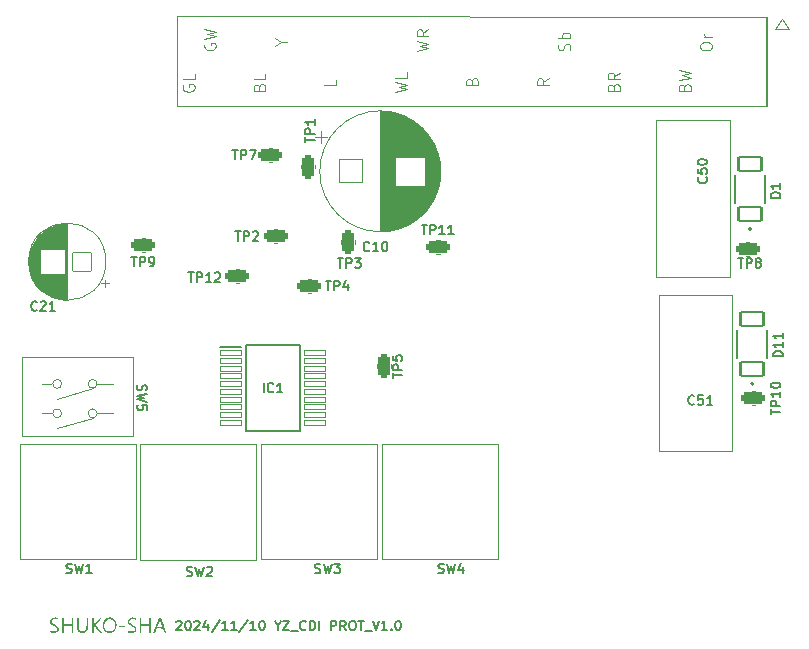
<source format=gbr>
%TF.GenerationSoftware,KiCad,Pcbnew,7.0.2*%
%TF.CreationDate,2024-12-05T18:12:44+09:00*%
%TF.ProjectId,YZ_CDI_PROT_V1,595a5f43-4449-45f5-9052-4f545f56312e,rev?*%
%TF.SameCoordinates,Original*%
%TF.FileFunction,Legend,Top*%
%TF.FilePolarity,Positive*%
%FSLAX46Y46*%
G04 Gerber Fmt 4.6, Leading zero omitted, Abs format (unit mm)*
G04 Created by KiCad (PCBNEW 7.0.2) date 2024-12-05 18:12:44*
%MOMM*%
%LPD*%
G01*
G04 APERTURE LIST*
G04 Aperture macros list*
%AMRoundRect*
0 Rectangle with rounded corners*
0 $1 Rounding radius*
0 $2 $3 $4 $5 $6 $7 $8 $9 X,Y pos of 4 corners*
0 Add a 4 corners polygon primitive as box body*
4,1,4,$2,$3,$4,$5,$6,$7,$8,$9,$2,$3,0*
0 Add four circle primitives for the rounded corners*
1,1,$1+$1,$2,$3*
1,1,$1+$1,$4,$5*
1,1,$1+$1,$6,$7*
1,1,$1+$1,$8,$9*
0 Add four rect primitives between the rounded corners*
20,1,$1+$1,$2,$3,$4,$5,0*
20,1,$1+$1,$4,$5,$6,$7,0*
20,1,$1+$1,$6,$7,$8,$9,0*
20,1,$1+$1,$8,$9,$2,$3,0*%
G04 Aperture macros list end*
%ADD10C,0.130000*%
%ADD11C,0.140000*%
%ADD12C,0.100000*%
%ADD13C,0.120000*%
%ADD14C,0.127000*%
%ADD15C,0.200000*%
%ADD16C,2.040000*%
%ADD17RoundRect,0.270000X-0.750000X-0.250000X0.750000X-0.250000X0.750000X0.250000X-0.750000X0.250000X0*%
%ADD18RoundRect,0.102000X0.960000X-0.585000X0.960000X0.585000X-0.960000X0.585000X-0.960000X-0.585000X0*%
%ADD19O,3.640000X2.240000*%
%ADD20RoundRect,0.020000X0.900000X-0.225000X0.900000X0.225000X-0.900000X0.225000X-0.900000X-0.225000X0*%
%ADD21C,1.564000*%
%ADD22RoundRect,0.270000X0.750000X0.250000X-0.750000X0.250000X-0.750000X-0.250000X0.750000X-0.250000X0*%
%ADD23RoundRect,0.020000X-1.000000X-1.000000X1.000000X-1.000000X1.000000X1.000000X-1.000000X1.000000X0*%
%ADD24RoundRect,0.270000X0.250000X-0.750000X0.250000X0.750000X-0.250000X0.750000X-0.250000X-0.750000X0*%
%ADD25RoundRect,0.020000X0.800000X0.800000X-0.800000X0.800000X-0.800000X-0.800000X0.800000X-0.800000X0*%
%ADD26C,1.640000*%
G04 APERTURE END LIST*
D10*
X-47247620Y37821715D02*
X-47209524Y37859810D01*
X-47209524Y37859810D02*
X-47133334Y37897905D01*
X-47133334Y37897905D02*
X-46942858Y37897905D01*
X-46942858Y37897905D02*
X-46866667Y37859810D01*
X-46866667Y37859810D02*
X-46828572Y37821715D01*
X-46828572Y37821715D02*
X-46790477Y37745524D01*
X-46790477Y37745524D02*
X-46790477Y37669334D01*
X-46790477Y37669334D02*
X-46828572Y37555048D01*
X-46828572Y37555048D02*
X-47285715Y37097905D01*
X-47285715Y37097905D02*
X-46790477Y37097905D01*
X-46295238Y37897905D02*
X-46219048Y37897905D01*
X-46219048Y37897905D02*
X-46142857Y37859810D01*
X-46142857Y37859810D02*
X-46104762Y37821715D01*
X-46104762Y37821715D02*
X-46066667Y37745524D01*
X-46066667Y37745524D02*
X-46028572Y37593143D01*
X-46028572Y37593143D02*
X-46028572Y37402667D01*
X-46028572Y37402667D02*
X-46066667Y37250286D01*
X-46066667Y37250286D02*
X-46104762Y37174096D01*
X-46104762Y37174096D02*
X-46142857Y37136000D01*
X-46142857Y37136000D02*
X-46219048Y37097905D01*
X-46219048Y37097905D02*
X-46295238Y37097905D01*
X-46295238Y37097905D02*
X-46371429Y37136000D01*
X-46371429Y37136000D02*
X-46409524Y37174096D01*
X-46409524Y37174096D02*
X-46447619Y37250286D01*
X-46447619Y37250286D02*
X-46485715Y37402667D01*
X-46485715Y37402667D02*
X-46485715Y37593143D01*
X-46485715Y37593143D02*
X-46447619Y37745524D01*
X-46447619Y37745524D02*
X-46409524Y37821715D01*
X-46409524Y37821715D02*
X-46371429Y37859810D01*
X-46371429Y37859810D02*
X-46295238Y37897905D01*
X-45723810Y37821715D02*
X-45685714Y37859810D01*
X-45685714Y37859810D02*
X-45609524Y37897905D01*
X-45609524Y37897905D02*
X-45419048Y37897905D01*
X-45419048Y37897905D02*
X-45342857Y37859810D01*
X-45342857Y37859810D02*
X-45304762Y37821715D01*
X-45304762Y37821715D02*
X-45266667Y37745524D01*
X-45266667Y37745524D02*
X-45266667Y37669334D01*
X-45266667Y37669334D02*
X-45304762Y37555048D01*
X-45304762Y37555048D02*
X-45761905Y37097905D01*
X-45761905Y37097905D02*
X-45266667Y37097905D01*
X-44580952Y37631239D02*
X-44580952Y37097905D01*
X-44771428Y37936000D02*
X-44961905Y37364572D01*
X-44961905Y37364572D02*
X-44466666Y37364572D01*
X-43590476Y37936000D02*
X-44276190Y36907429D01*
X-42904762Y37097905D02*
X-43361905Y37097905D01*
X-43133333Y37097905D02*
X-43133333Y37897905D01*
X-43133333Y37897905D02*
X-43209524Y37783620D01*
X-43209524Y37783620D02*
X-43285714Y37707429D01*
X-43285714Y37707429D02*
X-43361905Y37669334D01*
X-42142857Y37097905D02*
X-42600000Y37097905D01*
X-42371428Y37097905D02*
X-42371428Y37897905D01*
X-42371428Y37897905D02*
X-42447619Y37783620D01*
X-42447619Y37783620D02*
X-42523809Y37707429D01*
X-42523809Y37707429D02*
X-42600000Y37669334D01*
X-41228571Y37936000D02*
X-41914285Y36907429D01*
X-40542857Y37097905D02*
X-41000000Y37097905D01*
X-40771428Y37097905D02*
X-40771428Y37897905D01*
X-40771428Y37897905D02*
X-40847619Y37783620D01*
X-40847619Y37783620D02*
X-40923809Y37707429D01*
X-40923809Y37707429D02*
X-41000000Y37669334D01*
X-40047618Y37897905D02*
X-39971428Y37897905D01*
X-39971428Y37897905D02*
X-39895237Y37859810D01*
X-39895237Y37859810D02*
X-39857142Y37821715D01*
X-39857142Y37821715D02*
X-39819047Y37745524D01*
X-39819047Y37745524D02*
X-39780952Y37593143D01*
X-39780952Y37593143D02*
X-39780952Y37402667D01*
X-39780952Y37402667D02*
X-39819047Y37250286D01*
X-39819047Y37250286D02*
X-39857142Y37174096D01*
X-39857142Y37174096D02*
X-39895237Y37136000D01*
X-39895237Y37136000D02*
X-39971428Y37097905D01*
X-39971428Y37097905D02*
X-40047618Y37097905D01*
X-40047618Y37097905D02*
X-40123809Y37136000D01*
X-40123809Y37136000D02*
X-40161904Y37174096D01*
X-40161904Y37174096D02*
X-40199999Y37250286D01*
X-40199999Y37250286D02*
X-40238095Y37402667D01*
X-40238095Y37402667D02*
X-40238095Y37593143D01*
X-40238095Y37593143D02*
X-40199999Y37745524D01*
X-40199999Y37745524D02*
X-40161904Y37821715D01*
X-40161904Y37821715D02*
X-40123809Y37859810D01*
X-40123809Y37859810D02*
X-40047618Y37897905D01*
X-38676189Y37478858D02*
X-38676189Y37097905D01*
X-38942856Y37897905D02*
X-38676189Y37478858D01*
X-38676189Y37478858D02*
X-38409523Y37897905D01*
X-38219047Y37897905D02*
X-37685713Y37897905D01*
X-37685713Y37897905D02*
X-38219047Y37097905D01*
X-38219047Y37097905D02*
X-37685713Y37097905D01*
X-37571427Y37021715D02*
X-36961904Y37021715D01*
X-36314284Y37174096D02*
X-36352380Y37136000D01*
X-36352380Y37136000D02*
X-36466665Y37097905D01*
X-36466665Y37097905D02*
X-36542856Y37097905D01*
X-36542856Y37097905D02*
X-36657142Y37136000D01*
X-36657142Y37136000D02*
X-36733332Y37212191D01*
X-36733332Y37212191D02*
X-36771427Y37288381D01*
X-36771427Y37288381D02*
X-36809523Y37440762D01*
X-36809523Y37440762D02*
X-36809523Y37555048D01*
X-36809523Y37555048D02*
X-36771427Y37707429D01*
X-36771427Y37707429D02*
X-36733332Y37783620D01*
X-36733332Y37783620D02*
X-36657142Y37859810D01*
X-36657142Y37859810D02*
X-36542856Y37897905D01*
X-36542856Y37897905D02*
X-36466665Y37897905D01*
X-36466665Y37897905D02*
X-36352380Y37859810D01*
X-36352380Y37859810D02*
X-36314284Y37821715D01*
X-35971427Y37097905D02*
X-35971427Y37897905D01*
X-35971427Y37897905D02*
X-35780951Y37897905D01*
X-35780951Y37897905D02*
X-35666665Y37859810D01*
X-35666665Y37859810D02*
X-35590475Y37783620D01*
X-35590475Y37783620D02*
X-35552380Y37707429D01*
X-35552380Y37707429D02*
X-35514284Y37555048D01*
X-35514284Y37555048D02*
X-35514284Y37440762D01*
X-35514284Y37440762D02*
X-35552380Y37288381D01*
X-35552380Y37288381D02*
X-35590475Y37212191D01*
X-35590475Y37212191D02*
X-35666665Y37136000D01*
X-35666665Y37136000D02*
X-35780951Y37097905D01*
X-35780951Y37097905D02*
X-35971427Y37097905D01*
X-35171427Y37097905D02*
X-35171427Y37897905D01*
X-34180951Y37097905D02*
X-34180951Y37897905D01*
X-34180951Y37897905D02*
X-33876189Y37897905D01*
X-33876189Y37897905D02*
X-33799999Y37859810D01*
X-33799999Y37859810D02*
X-33761904Y37821715D01*
X-33761904Y37821715D02*
X-33723808Y37745524D01*
X-33723808Y37745524D02*
X-33723808Y37631239D01*
X-33723808Y37631239D02*
X-33761904Y37555048D01*
X-33761904Y37555048D02*
X-33799999Y37516953D01*
X-33799999Y37516953D02*
X-33876189Y37478858D01*
X-33876189Y37478858D02*
X-34180951Y37478858D01*
X-32923808Y37097905D02*
X-33190475Y37478858D01*
X-33380951Y37097905D02*
X-33380951Y37897905D01*
X-33380951Y37897905D02*
X-33076189Y37897905D01*
X-33076189Y37897905D02*
X-32999999Y37859810D01*
X-32999999Y37859810D02*
X-32961904Y37821715D01*
X-32961904Y37821715D02*
X-32923808Y37745524D01*
X-32923808Y37745524D02*
X-32923808Y37631239D01*
X-32923808Y37631239D02*
X-32961904Y37555048D01*
X-32961904Y37555048D02*
X-32999999Y37516953D01*
X-32999999Y37516953D02*
X-33076189Y37478858D01*
X-33076189Y37478858D02*
X-33380951Y37478858D01*
X-32428570Y37897905D02*
X-32276189Y37897905D01*
X-32276189Y37897905D02*
X-32199999Y37859810D01*
X-32199999Y37859810D02*
X-32123808Y37783620D01*
X-32123808Y37783620D02*
X-32085713Y37631239D01*
X-32085713Y37631239D02*
X-32085713Y37364572D01*
X-32085713Y37364572D02*
X-32123808Y37212191D01*
X-32123808Y37212191D02*
X-32199999Y37136000D01*
X-32199999Y37136000D02*
X-32276189Y37097905D01*
X-32276189Y37097905D02*
X-32428570Y37097905D01*
X-32428570Y37097905D02*
X-32504761Y37136000D01*
X-32504761Y37136000D02*
X-32580951Y37212191D01*
X-32580951Y37212191D02*
X-32619047Y37364572D01*
X-32619047Y37364572D02*
X-32619047Y37631239D01*
X-32619047Y37631239D02*
X-32580951Y37783620D01*
X-32580951Y37783620D02*
X-32504761Y37859810D01*
X-32504761Y37859810D02*
X-32428570Y37897905D01*
X-31857142Y37897905D02*
X-31399999Y37897905D01*
X-31628571Y37097905D02*
X-31628571Y37897905D01*
X-31323808Y37021715D02*
X-30714285Y37021715D01*
X-30638094Y37897905D02*
X-30371427Y37097905D01*
X-30371427Y37097905D02*
X-30104761Y37897905D01*
X-29419047Y37097905D02*
X-29876190Y37097905D01*
X-29647618Y37097905D02*
X-29647618Y37897905D01*
X-29647618Y37897905D02*
X-29723809Y37783620D01*
X-29723809Y37783620D02*
X-29799999Y37707429D01*
X-29799999Y37707429D02*
X-29876190Y37669334D01*
X-29076189Y37174096D02*
X-29038094Y37136000D01*
X-29038094Y37136000D02*
X-29076189Y37097905D01*
X-29076189Y37097905D02*
X-29114285Y37136000D01*
X-29114285Y37136000D02*
X-29076189Y37174096D01*
X-29076189Y37174096D02*
X-29076189Y37097905D01*
X-28542856Y37897905D02*
X-28466666Y37897905D01*
X-28466666Y37897905D02*
X-28390475Y37859810D01*
X-28390475Y37859810D02*
X-28352380Y37821715D01*
X-28352380Y37821715D02*
X-28314285Y37745524D01*
X-28314285Y37745524D02*
X-28276190Y37593143D01*
X-28276190Y37593143D02*
X-28276190Y37402667D01*
X-28276190Y37402667D02*
X-28314285Y37250286D01*
X-28314285Y37250286D02*
X-28352380Y37174096D01*
X-28352380Y37174096D02*
X-28390475Y37136000D01*
X-28390475Y37136000D02*
X-28466666Y37097905D01*
X-28466666Y37097905D02*
X-28542856Y37097905D01*
X-28542856Y37097905D02*
X-28619047Y37136000D01*
X-28619047Y37136000D02*
X-28657142Y37174096D01*
X-28657142Y37174096D02*
X-28695237Y37250286D01*
X-28695237Y37250286D02*
X-28733333Y37402667D01*
X-28733333Y37402667D02*
X-28733333Y37593143D01*
X-28733333Y37593143D02*
X-28695237Y37745524D01*
X-28695237Y37745524D02*
X-28657142Y37821715D01*
X-28657142Y37821715D02*
X-28619047Y37859810D01*
X-28619047Y37859810D02*
X-28542856Y37897905D01*
D11*
%TO.C,C51*%
X-3414286Y56256096D02*
X-3452382Y56218000D01*
X-3452382Y56218000D02*
X-3566667Y56179905D01*
X-3566667Y56179905D02*
X-3642858Y56179905D01*
X-3642858Y56179905D02*
X-3757144Y56218000D01*
X-3757144Y56218000D02*
X-3833334Y56294191D01*
X-3833334Y56294191D02*
X-3871429Y56370381D01*
X-3871429Y56370381D02*
X-3909525Y56522762D01*
X-3909525Y56522762D02*
X-3909525Y56637048D01*
X-3909525Y56637048D02*
X-3871429Y56789429D01*
X-3871429Y56789429D02*
X-3833334Y56865620D01*
X-3833334Y56865620D02*
X-3757144Y56941810D01*
X-3757144Y56941810D02*
X-3642858Y56979905D01*
X-3642858Y56979905D02*
X-3566667Y56979905D01*
X-3566667Y56979905D02*
X-3452382Y56941810D01*
X-3452382Y56941810D02*
X-3414286Y56903715D01*
X-2690477Y56979905D02*
X-3071429Y56979905D01*
X-3071429Y56979905D02*
X-3109525Y56598953D01*
X-3109525Y56598953D02*
X-3071429Y56637048D01*
X-3071429Y56637048D02*
X-2995239Y56675143D01*
X-2995239Y56675143D02*
X-2804763Y56675143D01*
X-2804763Y56675143D02*
X-2728572Y56637048D01*
X-2728572Y56637048D02*
X-2690477Y56598953D01*
X-2690477Y56598953D02*
X-2652382Y56522762D01*
X-2652382Y56522762D02*
X-2652382Y56332286D01*
X-2652382Y56332286D02*
X-2690477Y56256096D01*
X-2690477Y56256096D02*
X-2728572Y56218000D01*
X-2728572Y56218000D02*
X-2804763Y56179905D01*
X-2804763Y56179905D02*
X-2995239Y56179905D01*
X-2995239Y56179905D02*
X-3071429Y56218000D01*
X-3071429Y56218000D02*
X-3109525Y56256096D01*
X-1890477Y56179905D02*
X-2347620Y56179905D01*
X-2119048Y56179905D02*
X-2119048Y56979905D01*
X-2119048Y56979905D02*
X-2195239Y56865620D01*
X-2195239Y56865620D02*
X-2271429Y56789429D01*
X-2271429Y56789429D02*
X-2347620Y56751334D01*
%TO.C,C50*%
X-2406096Y75435715D02*
X-2368000Y75397619D01*
X-2368000Y75397619D02*
X-2329905Y75283334D01*
X-2329905Y75283334D02*
X-2329905Y75207143D01*
X-2329905Y75207143D02*
X-2368000Y75092857D01*
X-2368000Y75092857D02*
X-2444191Y75016667D01*
X-2444191Y75016667D02*
X-2520381Y74978572D01*
X-2520381Y74978572D02*
X-2672762Y74940476D01*
X-2672762Y74940476D02*
X-2787048Y74940476D01*
X-2787048Y74940476D02*
X-2939429Y74978572D01*
X-2939429Y74978572D02*
X-3015620Y75016667D01*
X-3015620Y75016667D02*
X-3091810Y75092857D01*
X-3091810Y75092857D02*
X-3129905Y75207143D01*
X-3129905Y75207143D02*
X-3129905Y75283334D01*
X-3129905Y75283334D02*
X-3091810Y75397619D01*
X-3091810Y75397619D02*
X-3053715Y75435715D01*
X-3129905Y76159524D02*
X-3129905Y75778572D01*
X-3129905Y75778572D02*
X-2748953Y75740476D01*
X-2748953Y75740476D02*
X-2787048Y75778572D01*
X-2787048Y75778572D02*
X-2825143Y75854762D01*
X-2825143Y75854762D02*
X-2825143Y76045238D01*
X-2825143Y76045238D02*
X-2787048Y76121429D01*
X-2787048Y76121429D02*
X-2748953Y76159524D01*
X-2748953Y76159524D02*
X-2672762Y76197619D01*
X-2672762Y76197619D02*
X-2482286Y76197619D01*
X-2482286Y76197619D02*
X-2406096Y76159524D01*
X-2406096Y76159524D02*
X-2368000Y76121429D01*
X-2368000Y76121429D02*
X-2329905Y76045238D01*
X-2329905Y76045238D02*
X-2329905Y75854762D01*
X-2329905Y75854762D02*
X-2368000Y75778572D01*
X-2368000Y75778572D02*
X-2406096Y75740476D01*
X-3129905Y76692858D02*
X-3129905Y76769048D01*
X-3129905Y76769048D02*
X-3091810Y76845239D01*
X-3091810Y76845239D02*
X-3053715Y76883334D01*
X-3053715Y76883334D02*
X-2977524Y76921429D01*
X-2977524Y76921429D02*
X-2825143Y76959524D01*
X-2825143Y76959524D02*
X-2634667Y76959524D01*
X-2634667Y76959524D02*
X-2482286Y76921429D01*
X-2482286Y76921429D02*
X-2406096Y76883334D01*
X-2406096Y76883334D02*
X-2368000Y76845239D01*
X-2368000Y76845239D02*
X-2329905Y76769048D01*
X-2329905Y76769048D02*
X-2329905Y76692858D01*
X-2329905Y76692858D02*
X-2368000Y76616667D01*
X-2368000Y76616667D02*
X-2406096Y76578572D01*
X-2406096Y76578572D02*
X-2482286Y76540477D01*
X-2482286Y76540477D02*
X-2634667Y76502381D01*
X-2634667Y76502381D02*
X-2825143Y76502381D01*
X-2825143Y76502381D02*
X-2977524Y76540477D01*
X-2977524Y76540477D02*
X-3053715Y76578572D01*
X-3053715Y76578572D02*
X-3091810Y76616667D01*
X-3091810Y76616667D02*
X-3129905Y76692858D01*
%TO.C,TP7*%
X-42509524Y77779905D02*
X-42052381Y77779905D01*
X-42280953Y76979905D02*
X-42280953Y77779905D01*
X-41785714Y76979905D02*
X-41785714Y77779905D01*
X-41785714Y77779905D02*
X-41480952Y77779905D01*
X-41480952Y77779905D02*
X-41404762Y77741810D01*
X-41404762Y77741810D02*
X-41366667Y77703715D01*
X-41366667Y77703715D02*
X-41328571Y77627524D01*
X-41328571Y77627524D02*
X-41328571Y77513239D01*
X-41328571Y77513239D02*
X-41366667Y77437048D01*
X-41366667Y77437048D02*
X-41404762Y77398953D01*
X-41404762Y77398953D02*
X-41480952Y77360858D01*
X-41480952Y77360858D02*
X-41785714Y77360858D01*
X-41061905Y77779905D02*
X-40528571Y77779905D01*
X-40528571Y77779905D02*
X-40871429Y76979905D01*
%TO.C,D11*%
X4070095Y60271072D02*
X3270095Y60271072D01*
X3270095Y60271072D02*
X3270095Y60461548D01*
X3270095Y60461548D02*
X3308190Y60575834D01*
X3308190Y60575834D02*
X3384380Y60652024D01*
X3384380Y60652024D02*
X3460571Y60690119D01*
X3460571Y60690119D02*
X3612952Y60728215D01*
X3612952Y60728215D02*
X3727238Y60728215D01*
X3727238Y60728215D02*
X3879619Y60690119D01*
X3879619Y60690119D02*
X3955809Y60652024D01*
X3955809Y60652024D02*
X4032000Y60575834D01*
X4032000Y60575834D02*
X4070095Y60461548D01*
X4070095Y60461548D02*
X4070095Y60271072D01*
X4070095Y61490119D02*
X4070095Y61032976D01*
X4070095Y61261548D02*
X3270095Y61261548D01*
X3270095Y61261548D02*
X3384380Y61185357D01*
X3384380Y61185357D02*
X3460571Y61109167D01*
X3460571Y61109167D02*
X3498666Y61032976D01*
X4070095Y62252024D02*
X4070095Y61794881D01*
X4070095Y62023453D02*
X3270095Y62023453D01*
X3270095Y62023453D02*
X3384380Y61947262D01*
X3384380Y61947262D02*
X3460571Y61871072D01*
X3460571Y61871072D02*
X3498666Y61794881D01*
%TO.C,TP2*%
X-42259524Y70879905D02*
X-41802381Y70879905D01*
X-42030953Y70079905D02*
X-42030953Y70879905D01*
X-41535714Y70079905D02*
X-41535714Y70879905D01*
X-41535714Y70879905D02*
X-41230952Y70879905D01*
X-41230952Y70879905D02*
X-41154762Y70841810D01*
X-41154762Y70841810D02*
X-41116667Y70803715D01*
X-41116667Y70803715D02*
X-41078571Y70727524D01*
X-41078571Y70727524D02*
X-41078571Y70613239D01*
X-41078571Y70613239D02*
X-41116667Y70537048D01*
X-41116667Y70537048D02*
X-41154762Y70498953D01*
X-41154762Y70498953D02*
X-41230952Y70460858D01*
X-41230952Y70460858D02*
X-41535714Y70460858D01*
X-40773810Y70803715D02*
X-40735714Y70841810D01*
X-40735714Y70841810D02*
X-40659524Y70879905D01*
X-40659524Y70879905D02*
X-40469048Y70879905D01*
X-40469048Y70879905D02*
X-40392857Y70841810D01*
X-40392857Y70841810D02*
X-40354762Y70803715D01*
X-40354762Y70803715D02*
X-40316667Y70727524D01*
X-40316667Y70727524D02*
X-40316667Y70651334D01*
X-40316667Y70651334D02*
X-40354762Y70537048D01*
X-40354762Y70537048D02*
X-40811905Y70079905D01*
X-40811905Y70079905D02*
X-40316667Y70079905D01*
D12*
%TO.C,CN1*%
X-44874762Y86761905D02*
X-44922381Y86666667D01*
X-44922381Y86666667D02*
X-44922381Y86523810D01*
X-44922381Y86523810D02*
X-44874762Y86380953D01*
X-44874762Y86380953D02*
X-44779524Y86285715D01*
X-44779524Y86285715D02*
X-44684286Y86238096D01*
X-44684286Y86238096D02*
X-44493810Y86190477D01*
X-44493810Y86190477D02*
X-44350953Y86190477D01*
X-44350953Y86190477D02*
X-44160477Y86238096D01*
X-44160477Y86238096D02*
X-44065239Y86285715D01*
X-44065239Y86285715D02*
X-43970000Y86380953D01*
X-43970000Y86380953D02*
X-43922381Y86523810D01*
X-43922381Y86523810D02*
X-43922381Y86619048D01*
X-43922381Y86619048D02*
X-43970000Y86761905D01*
X-43970000Y86761905D02*
X-44017620Y86809524D01*
X-44017620Y86809524D02*
X-44350953Y86809524D01*
X-44350953Y86809524D02*
X-44350953Y86619048D01*
X-44922381Y87142858D02*
X-43922381Y87380953D01*
X-43922381Y87380953D02*
X-44636667Y87571429D01*
X-44636667Y87571429D02*
X-43922381Y87761905D01*
X-43922381Y87761905D02*
X-44922381Y88000000D01*
X-38398572Y86928572D02*
X-37922381Y86928572D01*
X-38922381Y86595239D02*
X-38398572Y86928572D01*
X-38398572Y86928572D02*
X-38922381Y87261905D01*
X-28722381Y82642858D02*
X-27722381Y82880953D01*
X-27722381Y82880953D02*
X-28436667Y83071429D01*
X-28436667Y83071429D02*
X-27722381Y83261905D01*
X-27722381Y83261905D02*
X-28722381Y83500000D01*
X-27722381Y84357143D02*
X-27722381Y83880953D01*
X-27722381Y83880953D02*
X-28722381Y83880953D01*
X-26922381Y86142858D02*
X-25922381Y86380953D01*
X-25922381Y86380953D02*
X-26636667Y86571429D01*
X-26636667Y86571429D02*
X-25922381Y86761905D01*
X-25922381Y86761905D02*
X-26922381Y87000000D01*
X-25922381Y87952381D02*
X-26398572Y87619048D01*
X-25922381Y87380953D02*
X-26922381Y87380953D01*
X-26922381Y87380953D02*
X-26922381Y87761905D01*
X-26922381Y87761905D02*
X-26874762Y87857143D01*
X-26874762Y87857143D02*
X-26827143Y87904762D01*
X-26827143Y87904762D02*
X-26731905Y87952381D01*
X-26731905Y87952381D02*
X-26589048Y87952381D01*
X-26589048Y87952381D02*
X-26493810Y87904762D01*
X-26493810Y87904762D02*
X-26446191Y87857143D01*
X-26446191Y87857143D02*
X-26398572Y87761905D01*
X-26398572Y87761905D02*
X-26398572Y87380953D01*
X-40246191Y83071429D02*
X-40198572Y83214286D01*
X-40198572Y83214286D02*
X-40150953Y83261905D01*
X-40150953Y83261905D02*
X-40055715Y83309524D01*
X-40055715Y83309524D02*
X-39912858Y83309524D01*
X-39912858Y83309524D02*
X-39817620Y83261905D01*
X-39817620Y83261905D02*
X-39770000Y83214286D01*
X-39770000Y83214286D02*
X-39722381Y83119048D01*
X-39722381Y83119048D02*
X-39722381Y82738096D01*
X-39722381Y82738096D02*
X-40722381Y82738096D01*
X-40722381Y82738096D02*
X-40722381Y83071429D01*
X-40722381Y83071429D02*
X-40674762Y83166667D01*
X-40674762Y83166667D02*
X-40627143Y83214286D01*
X-40627143Y83214286D02*
X-40531905Y83261905D01*
X-40531905Y83261905D02*
X-40436667Y83261905D01*
X-40436667Y83261905D02*
X-40341429Y83214286D01*
X-40341429Y83214286D02*
X-40293810Y83166667D01*
X-40293810Y83166667D02*
X-40246191Y83071429D01*
X-40246191Y83071429D02*
X-40246191Y82738096D01*
X-39722381Y84214286D02*
X-39722381Y83738096D01*
X-39722381Y83738096D02*
X-40722381Y83738096D01*
X-13970000Y86190477D02*
X-13922381Y86333334D01*
X-13922381Y86333334D02*
X-13922381Y86571429D01*
X-13922381Y86571429D02*
X-13970000Y86666667D01*
X-13970000Y86666667D02*
X-14017620Y86714286D01*
X-14017620Y86714286D02*
X-14112858Y86761905D01*
X-14112858Y86761905D02*
X-14208096Y86761905D01*
X-14208096Y86761905D02*
X-14303334Y86714286D01*
X-14303334Y86714286D02*
X-14350953Y86666667D01*
X-14350953Y86666667D02*
X-14398572Y86571429D01*
X-14398572Y86571429D02*
X-14446191Y86380953D01*
X-14446191Y86380953D02*
X-14493810Y86285715D01*
X-14493810Y86285715D02*
X-14541429Y86238096D01*
X-14541429Y86238096D02*
X-14636667Y86190477D01*
X-14636667Y86190477D02*
X-14731905Y86190477D01*
X-14731905Y86190477D02*
X-14827143Y86238096D01*
X-14827143Y86238096D02*
X-14874762Y86285715D01*
X-14874762Y86285715D02*
X-14922381Y86380953D01*
X-14922381Y86380953D02*
X-14922381Y86619048D01*
X-14922381Y86619048D02*
X-14874762Y86761905D01*
X-13922381Y87190477D02*
X-14922381Y87190477D01*
X-14541429Y87190477D02*
X-14589048Y87285715D01*
X-14589048Y87285715D02*
X-14589048Y87476191D01*
X-14589048Y87476191D02*
X-14541429Y87571429D01*
X-14541429Y87571429D02*
X-14493810Y87619048D01*
X-14493810Y87619048D02*
X-14398572Y87666667D01*
X-14398572Y87666667D02*
X-14112858Y87666667D01*
X-14112858Y87666667D02*
X-14017620Y87619048D01*
X-14017620Y87619048D02*
X-13970000Y87571429D01*
X-13970000Y87571429D02*
X-13922381Y87476191D01*
X-13922381Y87476191D02*
X-13922381Y87285715D01*
X-13922381Y87285715D02*
X-13970000Y87190477D01*
X-15722381Y83809524D02*
X-16198572Y83476191D01*
X-15722381Y83238096D02*
X-16722381Y83238096D01*
X-16722381Y83238096D02*
X-16722381Y83619048D01*
X-16722381Y83619048D02*
X-16674762Y83714286D01*
X-16674762Y83714286D02*
X-16627143Y83761905D01*
X-16627143Y83761905D02*
X-16531905Y83809524D01*
X-16531905Y83809524D02*
X-16389048Y83809524D01*
X-16389048Y83809524D02*
X-16293810Y83761905D01*
X-16293810Y83761905D02*
X-16246191Y83714286D01*
X-16246191Y83714286D02*
X-16198572Y83619048D01*
X-16198572Y83619048D02*
X-16198572Y83238096D01*
X-33722381Y83714286D02*
X-33722381Y83238096D01*
X-33722381Y83238096D02*
X-34722381Y83238096D01*
X-4246191Y83071429D02*
X-4198572Y83214286D01*
X-4198572Y83214286D02*
X-4150953Y83261905D01*
X-4150953Y83261905D02*
X-4055715Y83309524D01*
X-4055715Y83309524D02*
X-3912858Y83309524D01*
X-3912858Y83309524D02*
X-3817620Y83261905D01*
X-3817620Y83261905D02*
X-3770000Y83214286D01*
X-3770000Y83214286D02*
X-3722381Y83119048D01*
X-3722381Y83119048D02*
X-3722381Y82738096D01*
X-3722381Y82738096D02*
X-4722381Y82738096D01*
X-4722381Y82738096D02*
X-4722381Y83071429D01*
X-4722381Y83071429D02*
X-4674762Y83166667D01*
X-4674762Y83166667D02*
X-4627143Y83214286D01*
X-4627143Y83214286D02*
X-4531905Y83261905D01*
X-4531905Y83261905D02*
X-4436667Y83261905D01*
X-4436667Y83261905D02*
X-4341429Y83214286D01*
X-4341429Y83214286D02*
X-4293810Y83166667D01*
X-4293810Y83166667D02*
X-4246191Y83071429D01*
X-4246191Y83071429D02*
X-4246191Y82738096D01*
X-4722381Y83642858D02*
X-3722381Y83880953D01*
X-3722381Y83880953D02*
X-4436667Y84071429D01*
X-4436667Y84071429D02*
X-3722381Y84261905D01*
X-3722381Y84261905D02*
X-4722381Y84500000D01*
X-10246191Y83071429D02*
X-10198572Y83214286D01*
X-10198572Y83214286D02*
X-10150953Y83261905D01*
X-10150953Y83261905D02*
X-10055715Y83309524D01*
X-10055715Y83309524D02*
X-9912858Y83309524D01*
X-9912858Y83309524D02*
X-9817620Y83261905D01*
X-9817620Y83261905D02*
X-9770000Y83214286D01*
X-9770000Y83214286D02*
X-9722381Y83119048D01*
X-9722381Y83119048D02*
X-9722381Y82738096D01*
X-9722381Y82738096D02*
X-10722381Y82738096D01*
X-10722381Y82738096D02*
X-10722381Y83071429D01*
X-10722381Y83071429D02*
X-10674762Y83166667D01*
X-10674762Y83166667D02*
X-10627143Y83214286D01*
X-10627143Y83214286D02*
X-10531905Y83261905D01*
X-10531905Y83261905D02*
X-10436667Y83261905D01*
X-10436667Y83261905D02*
X-10341429Y83214286D01*
X-10341429Y83214286D02*
X-10293810Y83166667D01*
X-10293810Y83166667D02*
X-10246191Y83071429D01*
X-10246191Y83071429D02*
X-10246191Y82738096D01*
X-9722381Y84309524D02*
X-10198572Y83976191D01*
X-9722381Y83738096D02*
X-10722381Y83738096D01*
X-10722381Y83738096D02*
X-10722381Y84119048D01*
X-10722381Y84119048D02*
X-10674762Y84214286D01*
X-10674762Y84214286D02*
X-10627143Y84261905D01*
X-10627143Y84261905D02*
X-10531905Y84309524D01*
X-10531905Y84309524D02*
X-10389048Y84309524D01*
X-10389048Y84309524D02*
X-10293810Y84261905D01*
X-10293810Y84261905D02*
X-10246191Y84214286D01*
X-10246191Y84214286D02*
X-10198572Y84119048D01*
X-10198572Y84119048D02*
X-10198572Y83738096D01*
X-2922381Y86428572D02*
X-2922381Y86619048D01*
X-2922381Y86619048D02*
X-2874762Y86714286D01*
X-2874762Y86714286D02*
X-2779524Y86809524D01*
X-2779524Y86809524D02*
X-2589048Y86857143D01*
X-2589048Y86857143D02*
X-2255715Y86857143D01*
X-2255715Y86857143D02*
X-2065239Y86809524D01*
X-2065239Y86809524D02*
X-1970000Y86714286D01*
X-1970000Y86714286D02*
X-1922381Y86619048D01*
X-1922381Y86619048D02*
X-1922381Y86428572D01*
X-1922381Y86428572D02*
X-1970000Y86333334D01*
X-1970000Y86333334D02*
X-2065239Y86238096D01*
X-2065239Y86238096D02*
X-2255715Y86190477D01*
X-2255715Y86190477D02*
X-2589048Y86190477D01*
X-2589048Y86190477D02*
X-2779524Y86238096D01*
X-2779524Y86238096D02*
X-2874762Y86333334D01*
X-2874762Y86333334D02*
X-2922381Y86428572D01*
X-1922381Y87285715D02*
X-2589048Y87285715D01*
X-2398572Y87285715D02*
X-2493810Y87333334D01*
X-2493810Y87333334D02*
X-2541429Y87380953D01*
X-2541429Y87380953D02*
X-2589048Y87476191D01*
X-2589048Y87476191D02*
X-2589048Y87571429D01*
X-22246191Y83571429D02*
X-22198572Y83714286D01*
X-22198572Y83714286D02*
X-22150953Y83761905D01*
X-22150953Y83761905D02*
X-22055715Y83809524D01*
X-22055715Y83809524D02*
X-21912858Y83809524D01*
X-21912858Y83809524D02*
X-21817620Y83761905D01*
X-21817620Y83761905D02*
X-21770000Y83714286D01*
X-21770000Y83714286D02*
X-21722381Y83619048D01*
X-21722381Y83619048D02*
X-21722381Y83238096D01*
X-21722381Y83238096D02*
X-22722381Y83238096D01*
X-22722381Y83238096D02*
X-22722381Y83571429D01*
X-22722381Y83571429D02*
X-22674762Y83666667D01*
X-22674762Y83666667D02*
X-22627143Y83714286D01*
X-22627143Y83714286D02*
X-22531905Y83761905D01*
X-22531905Y83761905D02*
X-22436667Y83761905D01*
X-22436667Y83761905D02*
X-22341429Y83714286D01*
X-22341429Y83714286D02*
X-22293810Y83666667D01*
X-22293810Y83666667D02*
X-22246191Y83571429D01*
X-22246191Y83571429D02*
X-22246191Y83238096D01*
X-46674762Y83261905D02*
X-46722381Y83166667D01*
X-46722381Y83166667D02*
X-46722381Y83023810D01*
X-46722381Y83023810D02*
X-46674762Y82880953D01*
X-46674762Y82880953D02*
X-46579524Y82785715D01*
X-46579524Y82785715D02*
X-46484286Y82738096D01*
X-46484286Y82738096D02*
X-46293810Y82690477D01*
X-46293810Y82690477D02*
X-46150953Y82690477D01*
X-46150953Y82690477D02*
X-45960477Y82738096D01*
X-45960477Y82738096D02*
X-45865239Y82785715D01*
X-45865239Y82785715D02*
X-45770000Y82880953D01*
X-45770000Y82880953D02*
X-45722381Y83023810D01*
X-45722381Y83023810D02*
X-45722381Y83119048D01*
X-45722381Y83119048D02*
X-45770000Y83261905D01*
X-45770000Y83261905D02*
X-45817620Y83309524D01*
X-45817620Y83309524D02*
X-46150953Y83309524D01*
X-46150953Y83309524D02*
X-46150953Y83119048D01*
X-45722381Y84214286D02*
X-45722381Y83738096D01*
X-45722381Y83738096D02*
X-46722381Y83738096D01*
D11*
%TO.C,D1*%
X3870095Y73724525D02*
X3070095Y73724525D01*
X3070095Y73724525D02*
X3070095Y73915001D01*
X3070095Y73915001D02*
X3108190Y74029287D01*
X3108190Y74029287D02*
X3184380Y74105477D01*
X3184380Y74105477D02*
X3260571Y74143572D01*
X3260571Y74143572D02*
X3412952Y74181668D01*
X3412952Y74181668D02*
X3527238Y74181668D01*
X3527238Y74181668D02*
X3679619Y74143572D01*
X3679619Y74143572D02*
X3755809Y74105477D01*
X3755809Y74105477D02*
X3832000Y74029287D01*
X3832000Y74029287D02*
X3870095Y73915001D01*
X3870095Y73915001D02*
X3870095Y73724525D01*
X3870095Y74943572D02*
X3870095Y74486429D01*
X3870095Y74715001D02*
X3070095Y74715001D01*
X3070095Y74715001D02*
X3184380Y74638810D01*
X3184380Y74638810D02*
X3260571Y74562620D01*
X3260571Y74562620D02*
X3298666Y74486429D01*
%TO.C,IC1*%
X-39880952Y57229905D02*
X-39880952Y58029905D01*
X-39042857Y57306096D02*
X-39080953Y57268000D01*
X-39080953Y57268000D02*
X-39195238Y57229905D01*
X-39195238Y57229905D02*
X-39271429Y57229905D01*
X-39271429Y57229905D02*
X-39385715Y57268000D01*
X-39385715Y57268000D02*
X-39461905Y57344191D01*
X-39461905Y57344191D02*
X-39500000Y57420381D01*
X-39500000Y57420381D02*
X-39538096Y57572762D01*
X-39538096Y57572762D02*
X-39538096Y57687048D01*
X-39538096Y57687048D02*
X-39500000Y57839429D01*
X-39500000Y57839429D02*
X-39461905Y57915620D01*
X-39461905Y57915620D02*
X-39385715Y57991810D01*
X-39385715Y57991810D02*
X-39271429Y58029905D01*
X-39271429Y58029905D02*
X-39195238Y58029905D01*
X-39195238Y58029905D02*
X-39080953Y57991810D01*
X-39080953Y57991810D02*
X-39042857Y57953715D01*
X-38280953Y57229905D02*
X-38738096Y57229905D01*
X-38509524Y57229905D02*
X-38509524Y58029905D01*
X-38509524Y58029905D02*
X-38585715Y57915620D01*
X-38585715Y57915620D02*
X-38661905Y57839429D01*
X-38661905Y57839429D02*
X-38738096Y57801334D01*
%TO.C,TP10*%
X3070095Y55359524D02*
X3070095Y55816667D01*
X3870095Y55588095D02*
X3070095Y55588095D01*
X3870095Y56083334D02*
X3070095Y56083334D01*
X3070095Y56083334D02*
X3070095Y56388096D01*
X3070095Y56388096D02*
X3108190Y56464286D01*
X3108190Y56464286D02*
X3146285Y56502381D01*
X3146285Y56502381D02*
X3222476Y56540477D01*
X3222476Y56540477D02*
X3336761Y56540477D01*
X3336761Y56540477D02*
X3412952Y56502381D01*
X3412952Y56502381D02*
X3451047Y56464286D01*
X3451047Y56464286D02*
X3489142Y56388096D01*
X3489142Y56388096D02*
X3489142Y56083334D01*
X3870095Y57302381D02*
X3870095Y56845238D01*
X3870095Y57073810D02*
X3070095Y57073810D01*
X3070095Y57073810D02*
X3184380Y56997619D01*
X3184380Y56997619D02*
X3260571Y56921429D01*
X3260571Y56921429D02*
X3298666Y56845238D01*
X3070095Y57797620D02*
X3070095Y57873810D01*
X3070095Y57873810D02*
X3108190Y57950001D01*
X3108190Y57950001D02*
X3146285Y57988096D01*
X3146285Y57988096D02*
X3222476Y58026191D01*
X3222476Y58026191D02*
X3374857Y58064286D01*
X3374857Y58064286D02*
X3565333Y58064286D01*
X3565333Y58064286D02*
X3717714Y58026191D01*
X3717714Y58026191D02*
X3793904Y57988096D01*
X3793904Y57988096D02*
X3832000Y57950001D01*
X3832000Y57950001D02*
X3870095Y57873810D01*
X3870095Y57873810D02*
X3870095Y57797620D01*
X3870095Y57797620D02*
X3832000Y57721429D01*
X3832000Y57721429D02*
X3793904Y57683334D01*
X3793904Y57683334D02*
X3717714Y57645239D01*
X3717714Y57645239D02*
X3565333Y57607143D01*
X3565333Y57607143D02*
X3374857Y57607143D01*
X3374857Y57607143D02*
X3222476Y57645239D01*
X3222476Y57645239D02*
X3146285Y57683334D01*
X3146285Y57683334D02*
X3108190Y57721429D01*
X3108190Y57721429D02*
X3070095Y57797620D01*
%TO.C,TP11*%
X-26490477Y71409905D02*
X-26033334Y71409905D01*
X-26261906Y70609905D02*
X-26261906Y71409905D01*
X-25766667Y70609905D02*
X-25766667Y71409905D01*
X-25766667Y71409905D02*
X-25461905Y71409905D01*
X-25461905Y71409905D02*
X-25385715Y71371810D01*
X-25385715Y71371810D02*
X-25347620Y71333715D01*
X-25347620Y71333715D02*
X-25309524Y71257524D01*
X-25309524Y71257524D02*
X-25309524Y71143239D01*
X-25309524Y71143239D02*
X-25347620Y71067048D01*
X-25347620Y71067048D02*
X-25385715Y71028953D01*
X-25385715Y71028953D02*
X-25461905Y70990858D01*
X-25461905Y70990858D02*
X-25766667Y70990858D01*
X-24547620Y70609905D02*
X-25004763Y70609905D01*
X-24776191Y70609905D02*
X-24776191Y71409905D01*
X-24776191Y71409905D02*
X-24852382Y71295620D01*
X-24852382Y71295620D02*
X-24928572Y71219429D01*
X-24928572Y71219429D02*
X-25004763Y71181334D01*
X-23785715Y70609905D02*
X-24242858Y70609905D01*
X-24014286Y70609905D02*
X-24014286Y71409905D01*
X-24014286Y71409905D02*
X-24090477Y71295620D01*
X-24090477Y71295620D02*
X-24166667Y71219429D01*
X-24166667Y71219429D02*
X-24242858Y71181334D01*
%TO.C,SW2*%
X-46366668Y41718000D02*
X-46252382Y41679905D01*
X-46252382Y41679905D02*
X-46061906Y41679905D01*
X-46061906Y41679905D02*
X-45985715Y41718000D01*
X-45985715Y41718000D02*
X-45947620Y41756096D01*
X-45947620Y41756096D02*
X-45909525Y41832286D01*
X-45909525Y41832286D02*
X-45909525Y41908477D01*
X-45909525Y41908477D02*
X-45947620Y41984667D01*
X-45947620Y41984667D02*
X-45985715Y42022762D01*
X-45985715Y42022762D02*
X-46061906Y42060858D01*
X-46061906Y42060858D02*
X-46214287Y42098953D01*
X-46214287Y42098953D02*
X-46290477Y42137048D01*
X-46290477Y42137048D02*
X-46328572Y42175143D01*
X-46328572Y42175143D02*
X-46366668Y42251334D01*
X-46366668Y42251334D02*
X-46366668Y42327524D01*
X-46366668Y42327524D02*
X-46328572Y42403715D01*
X-46328572Y42403715D02*
X-46290477Y42441810D01*
X-46290477Y42441810D02*
X-46214287Y42479905D01*
X-46214287Y42479905D02*
X-46023810Y42479905D01*
X-46023810Y42479905D02*
X-45909525Y42441810D01*
X-45642858Y42479905D02*
X-45452382Y41679905D01*
X-45452382Y41679905D02*
X-45300001Y42251334D01*
X-45300001Y42251334D02*
X-45147620Y41679905D01*
X-45147620Y41679905D02*
X-44957143Y42479905D01*
X-44690477Y42403715D02*
X-44652381Y42441810D01*
X-44652381Y42441810D02*
X-44576191Y42479905D01*
X-44576191Y42479905D02*
X-44385715Y42479905D01*
X-44385715Y42479905D02*
X-44309524Y42441810D01*
X-44309524Y42441810D02*
X-44271429Y42403715D01*
X-44271429Y42403715D02*
X-44233334Y42327524D01*
X-44233334Y42327524D02*
X-44233334Y42251334D01*
X-44233334Y42251334D02*
X-44271429Y42137048D01*
X-44271429Y42137048D02*
X-44728572Y41679905D01*
X-44728572Y41679905D02*
X-44233334Y41679905D01*
%TO.C,TP9*%
X-51059524Y68699905D02*
X-50602381Y68699905D01*
X-50830953Y67899905D02*
X-50830953Y68699905D01*
X-50335714Y67899905D02*
X-50335714Y68699905D01*
X-50335714Y68699905D02*
X-50030952Y68699905D01*
X-50030952Y68699905D02*
X-49954762Y68661810D01*
X-49954762Y68661810D02*
X-49916667Y68623715D01*
X-49916667Y68623715D02*
X-49878571Y68547524D01*
X-49878571Y68547524D02*
X-49878571Y68433239D01*
X-49878571Y68433239D02*
X-49916667Y68357048D01*
X-49916667Y68357048D02*
X-49954762Y68318953D01*
X-49954762Y68318953D02*
X-50030952Y68280858D01*
X-50030952Y68280858D02*
X-50335714Y68280858D01*
X-49497619Y67899905D02*
X-49345238Y67899905D01*
X-49345238Y67899905D02*
X-49269048Y67938000D01*
X-49269048Y67938000D02*
X-49230952Y67976096D01*
X-49230952Y67976096D02*
X-49154762Y68090381D01*
X-49154762Y68090381D02*
X-49116667Y68242762D01*
X-49116667Y68242762D02*
X-49116667Y68547524D01*
X-49116667Y68547524D02*
X-49154762Y68623715D01*
X-49154762Y68623715D02*
X-49192857Y68661810D01*
X-49192857Y68661810D02*
X-49269048Y68699905D01*
X-49269048Y68699905D02*
X-49421429Y68699905D01*
X-49421429Y68699905D02*
X-49497619Y68661810D01*
X-49497619Y68661810D02*
X-49535714Y68623715D01*
X-49535714Y68623715D02*
X-49573810Y68547524D01*
X-49573810Y68547524D02*
X-49573810Y68357048D01*
X-49573810Y68357048D02*
X-49535714Y68280858D01*
X-49535714Y68280858D02*
X-49497619Y68242762D01*
X-49497619Y68242762D02*
X-49421429Y68204667D01*
X-49421429Y68204667D02*
X-49269048Y68204667D01*
X-49269048Y68204667D02*
X-49192857Y68242762D01*
X-49192857Y68242762D02*
X-49154762Y68280858D01*
X-49154762Y68280858D02*
X-49116667Y68357048D01*
%TO.C,TP4*%
X-34609524Y66679905D02*
X-34152381Y66679905D01*
X-34380953Y65879905D02*
X-34380953Y66679905D01*
X-33885714Y65879905D02*
X-33885714Y66679905D01*
X-33885714Y66679905D02*
X-33580952Y66679905D01*
X-33580952Y66679905D02*
X-33504762Y66641810D01*
X-33504762Y66641810D02*
X-33466667Y66603715D01*
X-33466667Y66603715D02*
X-33428571Y66527524D01*
X-33428571Y66527524D02*
X-33428571Y66413239D01*
X-33428571Y66413239D02*
X-33466667Y66337048D01*
X-33466667Y66337048D02*
X-33504762Y66298953D01*
X-33504762Y66298953D02*
X-33580952Y66260858D01*
X-33580952Y66260858D02*
X-33885714Y66260858D01*
X-32742857Y66413239D02*
X-32742857Y65879905D01*
X-32933333Y66718000D02*
X-33123810Y66146572D01*
X-33123810Y66146572D02*
X-32628571Y66146572D01*
%TO.C,SW1*%
X-56566668Y41968000D02*
X-56452382Y41929905D01*
X-56452382Y41929905D02*
X-56261906Y41929905D01*
X-56261906Y41929905D02*
X-56185715Y41968000D01*
X-56185715Y41968000D02*
X-56147620Y42006096D01*
X-56147620Y42006096D02*
X-56109525Y42082286D01*
X-56109525Y42082286D02*
X-56109525Y42158477D01*
X-56109525Y42158477D02*
X-56147620Y42234667D01*
X-56147620Y42234667D02*
X-56185715Y42272762D01*
X-56185715Y42272762D02*
X-56261906Y42310858D01*
X-56261906Y42310858D02*
X-56414287Y42348953D01*
X-56414287Y42348953D02*
X-56490477Y42387048D01*
X-56490477Y42387048D02*
X-56528572Y42425143D01*
X-56528572Y42425143D02*
X-56566668Y42501334D01*
X-56566668Y42501334D02*
X-56566668Y42577524D01*
X-56566668Y42577524D02*
X-56528572Y42653715D01*
X-56528572Y42653715D02*
X-56490477Y42691810D01*
X-56490477Y42691810D02*
X-56414287Y42729905D01*
X-56414287Y42729905D02*
X-56223810Y42729905D01*
X-56223810Y42729905D02*
X-56109525Y42691810D01*
X-55842858Y42729905D02*
X-55652382Y41929905D01*
X-55652382Y41929905D02*
X-55500001Y42501334D01*
X-55500001Y42501334D02*
X-55347620Y41929905D01*
X-55347620Y41929905D02*
X-55157143Y42729905D01*
X-54433334Y41929905D02*
X-54890477Y41929905D01*
X-54661905Y41929905D02*
X-54661905Y42729905D01*
X-54661905Y42729905D02*
X-54738096Y42615620D01*
X-54738096Y42615620D02*
X-54814286Y42539429D01*
X-54814286Y42539429D02*
X-54890477Y42501334D01*
%TO.C,SW5*%
X-50522000Y57846668D02*
X-50560096Y57732382D01*
X-50560096Y57732382D02*
X-50560096Y57541906D01*
X-50560096Y57541906D02*
X-50522000Y57465715D01*
X-50522000Y57465715D02*
X-50483905Y57427620D01*
X-50483905Y57427620D02*
X-50407715Y57389525D01*
X-50407715Y57389525D02*
X-50331524Y57389525D01*
X-50331524Y57389525D02*
X-50255334Y57427620D01*
X-50255334Y57427620D02*
X-50217239Y57465715D01*
X-50217239Y57465715D02*
X-50179143Y57541906D01*
X-50179143Y57541906D02*
X-50141048Y57694287D01*
X-50141048Y57694287D02*
X-50102953Y57770477D01*
X-50102953Y57770477D02*
X-50064858Y57808572D01*
X-50064858Y57808572D02*
X-49988667Y57846668D01*
X-49988667Y57846668D02*
X-49912477Y57846668D01*
X-49912477Y57846668D02*
X-49836286Y57808572D01*
X-49836286Y57808572D02*
X-49798191Y57770477D01*
X-49798191Y57770477D02*
X-49760096Y57694287D01*
X-49760096Y57694287D02*
X-49760096Y57503810D01*
X-49760096Y57503810D02*
X-49798191Y57389525D01*
X-49760096Y57122858D02*
X-50560096Y56932382D01*
X-50560096Y56932382D02*
X-49988667Y56780001D01*
X-49988667Y56780001D02*
X-50560096Y56627620D01*
X-50560096Y56627620D02*
X-49760096Y56437143D01*
X-49760096Y55751429D02*
X-49760096Y56132381D01*
X-49760096Y56132381D02*
X-50141048Y56170477D01*
X-50141048Y56170477D02*
X-50102953Y56132381D01*
X-50102953Y56132381D02*
X-50064858Y56056191D01*
X-50064858Y56056191D02*
X-50064858Y55865715D01*
X-50064858Y55865715D02*
X-50102953Y55789524D01*
X-50102953Y55789524D02*
X-50141048Y55751429D01*
X-50141048Y55751429D02*
X-50217239Y55713334D01*
X-50217239Y55713334D02*
X-50407715Y55713334D01*
X-50407715Y55713334D02*
X-50483905Y55751429D01*
X-50483905Y55751429D02*
X-50522000Y55789524D01*
X-50522000Y55789524D02*
X-50560096Y55865715D01*
X-50560096Y55865715D02*
X-50560096Y56056191D01*
X-50560096Y56056191D02*
X-50522000Y56132381D01*
X-50522000Y56132381D02*
X-50483905Y56170477D01*
%TO.C,SW3*%
X-35516668Y41968000D02*
X-35402382Y41929905D01*
X-35402382Y41929905D02*
X-35211906Y41929905D01*
X-35211906Y41929905D02*
X-35135715Y41968000D01*
X-35135715Y41968000D02*
X-35097620Y42006096D01*
X-35097620Y42006096D02*
X-35059525Y42082286D01*
X-35059525Y42082286D02*
X-35059525Y42158477D01*
X-35059525Y42158477D02*
X-35097620Y42234667D01*
X-35097620Y42234667D02*
X-35135715Y42272762D01*
X-35135715Y42272762D02*
X-35211906Y42310858D01*
X-35211906Y42310858D02*
X-35364287Y42348953D01*
X-35364287Y42348953D02*
X-35440477Y42387048D01*
X-35440477Y42387048D02*
X-35478572Y42425143D01*
X-35478572Y42425143D02*
X-35516668Y42501334D01*
X-35516668Y42501334D02*
X-35516668Y42577524D01*
X-35516668Y42577524D02*
X-35478572Y42653715D01*
X-35478572Y42653715D02*
X-35440477Y42691810D01*
X-35440477Y42691810D02*
X-35364287Y42729905D01*
X-35364287Y42729905D02*
X-35173810Y42729905D01*
X-35173810Y42729905D02*
X-35059525Y42691810D01*
X-34792858Y42729905D02*
X-34602382Y41929905D01*
X-34602382Y41929905D02*
X-34450001Y42501334D01*
X-34450001Y42501334D02*
X-34297620Y41929905D01*
X-34297620Y41929905D02*
X-34107143Y42729905D01*
X-33878572Y42729905D02*
X-33383334Y42729905D01*
X-33383334Y42729905D02*
X-33650000Y42425143D01*
X-33650000Y42425143D02*
X-33535715Y42425143D01*
X-33535715Y42425143D02*
X-33459524Y42387048D01*
X-33459524Y42387048D02*
X-33421429Y42348953D01*
X-33421429Y42348953D02*
X-33383334Y42272762D01*
X-33383334Y42272762D02*
X-33383334Y42082286D01*
X-33383334Y42082286D02*
X-33421429Y42006096D01*
X-33421429Y42006096D02*
X-33459524Y41968000D01*
X-33459524Y41968000D02*
X-33535715Y41929905D01*
X-33535715Y41929905D02*
X-33764286Y41929905D01*
X-33764286Y41929905D02*
X-33840477Y41968000D01*
X-33840477Y41968000D02*
X-33878572Y42006096D01*
%TO.C,C10*%
X-30914286Y69256096D02*
X-30952382Y69218000D01*
X-30952382Y69218000D02*
X-31066667Y69179905D01*
X-31066667Y69179905D02*
X-31142858Y69179905D01*
X-31142858Y69179905D02*
X-31257144Y69218000D01*
X-31257144Y69218000D02*
X-31333334Y69294191D01*
X-31333334Y69294191D02*
X-31371429Y69370381D01*
X-31371429Y69370381D02*
X-31409525Y69522762D01*
X-31409525Y69522762D02*
X-31409525Y69637048D01*
X-31409525Y69637048D02*
X-31371429Y69789429D01*
X-31371429Y69789429D02*
X-31333334Y69865620D01*
X-31333334Y69865620D02*
X-31257144Y69941810D01*
X-31257144Y69941810D02*
X-31142858Y69979905D01*
X-31142858Y69979905D02*
X-31066667Y69979905D01*
X-31066667Y69979905D02*
X-30952382Y69941810D01*
X-30952382Y69941810D02*
X-30914286Y69903715D01*
X-30152382Y69179905D02*
X-30609525Y69179905D01*
X-30380953Y69179905D02*
X-30380953Y69979905D01*
X-30380953Y69979905D02*
X-30457144Y69865620D01*
X-30457144Y69865620D02*
X-30533334Y69789429D01*
X-30533334Y69789429D02*
X-30609525Y69751334D01*
X-29657143Y69979905D02*
X-29580953Y69979905D01*
X-29580953Y69979905D02*
X-29504762Y69941810D01*
X-29504762Y69941810D02*
X-29466667Y69903715D01*
X-29466667Y69903715D02*
X-29428572Y69827524D01*
X-29428572Y69827524D02*
X-29390477Y69675143D01*
X-29390477Y69675143D02*
X-29390477Y69484667D01*
X-29390477Y69484667D02*
X-29428572Y69332286D01*
X-29428572Y69332286D02*
X-29466667Y69256096D01*
X-29466667Y69256096D02*
X-29504762Y69218000D01*
X-29504762Y69218000D02*
X-29580953Y69179905D01*
X-29580953Y69179905D02*
X-29657143Y69179905D01*
X-29657143Y69179905D02*
X-29733334Y69218000D01*
X-29733334Y69218000D02*
X-29771429Y69256096D01*
X-29771429Y69256096D02*
X-29809524Y69332286D01*
X-29809524Y69332286D02*
X-29847620Y69484667D01*
X-29847620Y69484667D02*
X-29847620Y69675143D01*
X-29847620Y69675143D02*
X-29809524Y69827524D01*
X-29809524Y69827524D02*
X-29771429Y69903715D01*
X-29771429Y69903715D02*
X-29733334Y69941810D01*
X-29733334Y69941810D02*
X-29657143Y69979905D01*
%TO.C,TP3*%
X-33609524Y68579905D02*
X-33152381Y68579905D01*
X-33380953Y67779905D02*
X-33380953Y68579905D01*
X-32885714Y67779905D02*
X-32885714Y68579905D01*
X-32885714Y68579905D02*
X-32580952Y68579905D01*
X-32580952Y68579905D02*
X-32504762Y68541810D01*
X-32504762Y68541810D02*
X-32466667Y68503715D01*
X-32466667Y68503715D02*
X-32428571Y68427524D01*
X-32428571Y68427524D02*
X-32428571Y68313239D01*
X-32428571Y68313239D02*
X-32466667Y68237048D01*
X-32466667Y68237048D02*
X-32504762Y68198953D01*
X-32504762Y68198953D02*
X-32580952Y68160858D01*
X-32580952Y68160858D02*
X-32885714Y68160858D01*
X-32161905Y68579905D02*
X-31666667Y68579905D01*
X-31666667Y68579905D02*
X-31933333Y68275143D01*
X-31933333Y68275143D02*
X-31819048Y68275143D01*
X-31819048Y68275143D02*
X-31742857Y68237048D01*
X-31742857Y68237048D02*
X-31704762Y68198953D01*
X-31704762Y68198953D02*
X-31666667Y68122762D01*
X-31666667Y68122762D02*
X-31666667Y67932286D01*
X-31666667Y67932286D02*
X-31704762Y67856096D01*
X-31704762Y67856096D02*
X-31742857Y67818000D01*
X-31742857Y67818000D02*
X-31819048Y67779905D01*
X-31819048Y67779905D02*
X-32047619Y67779905D01*
X-32047619Y67779905D02*
X-32123810Y67818000D01*
X-32123810Y67818000D02*
X-32161905Y67856096D01*
%TO.C,C21*%
X-59064286Y64206096D02*
X-59102382Y64168000D01*
X-59102382Y64168000D02*
X-59216667Y64129905D01*
X-59216667Y64129905D02*
X-59292858Y64129905D01*
X-59292858Y64129905D02*
X-59407144Y64168000D01*
X-59407144Y64168000D02*
X-59483334Y64244191D01*
X-59483334Y64244191D02*
X-59521429Y64320381D01*
X-59521429Y64320381D02*
X-59559525Y64472762D01*
X-59559525Y64472762D02*
X-59559525Y64587048D01*
X-59559525Y64587048D02*
X-59521429Y64739429D01*
X-59521429Y64739429D02*
X-59483334Y64815620D01*
X-59483334Y64815620D02*
X-59407144Y64891810D01*
X-59407144Y64891810D02*
X-59292858Y64929905D01*
X-59292858Y64929905D02*
X-59216667Y64929905D01*
X-59216667Y64929905D02*
X-59102382Y64891810D01*
X-59102382Y64891810D02*
X-59064286Y64853715D01*
X-58759525Y64853715D02*
X-58721429Y64891810D01*
X-58721429Y64891810D02*
X-58645239Y64929905D01*
X-58645239Y64929905D02*
X-58454763Y64929905D01*
X-58454763Y64929905D02*
X-58378572Y64891810D01*
X-58378572Y64891810D02*
X-58340477Y64853715D01*
X-58340477Y64853715D02*
X-58302382Y64777524D01*
X-58302382Y64777524D02*
X-58302382Y64701334D01*
X-58302382Y64701334D02*
X-58340477Y64587048D01*
X-58340477Y64587048D02*
X-58797620Y64129905D01*
X-58797620Y64129905D02*
X-58302382Y64129905D01*
X-57540477Y64129905D02*
X-57997620Y64129905D01*
X-57769048Y64129905D02*
X-57769048Y64929905D01*
X-57769048Y64929905D02*
X-57845239Y64815620D01*
X-57845239Y64815620D02*
X-57921429Y64739429D01*
X-57921429Y64739429D02*
X-57997620Y64701334D01*
%TO.C,TP5*%
X-28929905Y58440477D02*
X-28929905Y58897620D01*
X-28129905Y58669048D02*
X-28929905Y58669048D01*
X-28129905Y59164287D02*
X-28929905Y59164287D01*
X-28929905Y59164287D02*
X-28929905Y59469049D01*
X-28929905Y59469049D02*
X-28891810Y59545239D01*
X-28891810Y59545239D02*
X-28853715Y59583334D01*
X-28853715Y59583334D02*
X-28777524Y59621430D01*
X-28777524Y59621430D02*
X-28663239Y59621430D01*
X-28663239Y59621430D02*
X-28587048Y59583334D01*
X-28587048Y59583334D02*
X-28548953Y59545239D01*
X-28548953Y59545239D02*
X-28510858Y59469049D01*
X-28510858Y59469049D02*
X-28510858Y59164287D01*
X-28929905Y60345239D02*
X-28929905Y59964287D01*
X-28929905Y59964287D02*
X-28548953Y59926191D01*
X-28548953Y59926191D02*
X-28587048Y59964287D01*
X-28587048Y59964287D02*
X-28625143Y60040477D01*
X-28625143Y60040477D02*
X-28625143Y60230953D01*
X-28625143Y60230953D02*
X-28587048Y60307144D01*
X-28587048Y60307144D02*
X-28548953Y60345239D01*
X-28548953Y60345239D02*
X-28472762Y60383334D01*
X-28472762Y60383334D02*
X-28282286Y60383334D01*
X-28282286Y60383334D02*
X-28206096Y60345239D01*
X-28206096Y60345239D02*
X-28168000Y60307144D01*
X-28168000Y60307144D02*
X-28129905Y60230953D01*
X-28129905Y60230953D02*
X-28129905Y60040477D01*
X-28129905Y60040477D02*
X-28168000Y59964287D01*
X-28168000Y59964287D02*
X-28206096Y59926191D01*
%TO.C,TP12*%
X-46240477Y67379905D02*
X-45783334Y67379905D01*
X-46011906Y66579905D02*
X-46011906Y67379905D01*
X-45516667Y66579905D02*
X-45516667Y67379905D01*
X-45516667Y67379905D02*
X-45211905Y67379905D01*
X-45211905Y67379905D02*
X-45135715Y67341810D01*
X-45135715Y67341810D02*
X-45097620Y67303715D01*
X-45097620Y67303715D02*
X-45059524Y67227524D01*
X-45059524Y67227524D02*
X-45059524Y67113239D01*
X-45059524Y67113239D02*
X-45097620Y67037048D01*
X-45097620Y67037048D02*
X-45135715Y66998953D01*
X-45135715Y66998953D02*
X-45211905Y66960858D01*
X-45211905Y66960858D02*
X-45516667Y66960858D01*
X-44297620Y66579905D02*
X-44754763Y66579905D01*
X-44526191Y66579905D02*
X-44526191Y67379905D01*
X-44526191Y67379905D02*
X-44602382Y67265620D01*
X-44602382Y67265620D02*
X-44678572Y67189429D01*
X-44678572Y67189429D02*
X-44754763Y67151334D01*
X-43992858Y67303715D02*
X-43954762Y67341810D01*
X-43954762Y67341810D02*
X-43878572Y67379905D01*
X-43878572Y67379905D02*
X-43688096Y67379905D01*
X-43688096Y67379905D02*
X-43611905Y67341810D01*
X-43611905Y67341810D02*
X-43573810Y67303715D01*
X-43573810Y67303715D02*
X-43535715Y67227524D01*
X-43535715Y67227524D02*
X-43535715Y67151334D01*
X-43535715Y67151334D02*
X-43573810Y67037048D01*
X-43573810Y67037048D02*
X-44030953Y66579905D01*
X-44030953Y66579905D02*
X-43535715Y66579905D01*
%TO.C,SW4*%
X-25066668Y41968000D02*
X-24952382Y41929905D01*
X-24952382Y41929905D02*
X-24761906Y41929905D01*
X-24761906Y41929905D02*
X-24685715Y41968000D01*
X-24685715Y41968000D02*
X-24647620Y42006096D01*
X-24647620Y42006096D02*
X-24609525Y42082286D01*
X-24609525Y42082286D02*
X-24609525Y42158477D01*
X-24609525Y42158477D02*
X-24647620Y42234667D01*
X-24647620Y42234667D02*
X-24685715Y42272762D01*
X-24685715Y42272762D02*
X-24761906Y42310858D01*
X-24761906Y42310858D02*
X-24914287Y42348953D01*
X-24914287Y42348953D02*
X-24990477Y42387048D01*
X-24990477Y42387048D02*
X-25028572Y42425143D01*
X-25028572Y42425143D02*
X-25066668Y42501334D01*
X-25066668Y42501334D02*
X-25066668Y42577524D01*
X-25066668Y42577524D02*
X-25028572Y42653715D01*
X-25028572Y42653715D02*
X-24990477Y42691810D01*
X-24990477Y42691810D02*
X-24914287Y42729905D01*
X-24914287Y42729905D02*
X-24723810Y42729905D01*
X-24723810Y42729905D02*
X-24609525Y42691810D01*
X-24342858Y42729905D02*
X-24152382Y41929905D01*
X-24152382Y41929905D02*
X-24000001Y42501334D01*
X-24000001Y42501334D02*
X-23847620Y41929905D01*
X-23847620Y41929905D02*
X-23657143Y42729905D01*
X-23009524Y42463239D02*
X-23009524Y41929905D01*
X-23200000Y42768000D02*
X-23390477Y42196572D01*
X-23390477Y42196572D02*
X-22895238Y42196572D01*
%TO.C,TP1*%
X-36329905Y78390477D02*
X-36329905Y78847620D01*
X-35529905Y78619048D02*
X-36329905Y78619048D01*
X-35529905Y79114287D02*
X-36329905Y79114287D01*
X-36329905Y79114287D02*
X-36329905Y79419049D01*
X-36329905Y79419049D02*
X-36291810Y79495239D01*
X-36291810Y79495239D02*
X-36253715Y79533334D01*
X-36253715Y79533334D02*
X-36177524Y79571430D01*
X-36177524Y79571430D02*
X-36063239Y79571430D01*
X-36063239Y79571430D02*
X-35987048Y79533334D01*
X-35987048Y79533334D02*
X-35948953Y79495239D01*
X-35948953Y79495239D02*
X-35910858Y79419049D01*
X-35910858Y79419049D02*
X-35910858Y79114287D01*
X-35529905Y80333334D02*
X-35529905Y79876191D01*
X-35529905Y80104763D02*
X-36329905Y80104763D01*
X-36329905Y80104763D02*
X-36215620Y80028572D01*
X-36215620Y80028572D02*
X-36139429Y79952382D01*
X-36139429Y79952382D02*
X-36101334Y79876191D01*
%TO.C,TP8*%
X290476Y68579905D02*
X747619Y68579905D01*
X519047Y67779905D02*
X519047Y68579905D01*
X1014286Y67779905D02*
X1014286Y68579905D01*
X1014286Y68579905D02*
X1319048Y68579905D01*
X1319048Y68579905D02*
X1395238Y68541810D01*
X1395238Y68541810D02*
X1433333Y68503715D01*
X1433333Y68503715D02*
X1471429Y68427524D01*
X1471429Y68427524D02*
X1471429Y68313239D01*
X1471429Y68313239D02*
X1433333Y68237048D01*
X1433333Y68237048D02*
X1395238Y68198953D01*
X1395238Y68198953D02*
X1319048Y68160858D01*
X1319048Y68160858D02*
X1014286Y68160858D01*
X1928571Y68237048D02*
X1852381Y68275143D01*
X1852381Y68275143D02*
X1814286Y68313239D01*
X1814286Y68313239D02*
X1776190Y68389429D01*
X1776190Y68389429D02*
X1776190Y68427524D01*
X1776190Y68427524D02*
X1814286Y68503715D01*
X1814286Y68503715D02*
X1852381Y68541810D01*
X1852381Y68541810D02*
X1928571Y68579905D01*
X1928571Y68579905D02*
X2080952Y68579905D01*
X2080952Y68579905D02*
X2157143Y68541810D01*
X2157143Y68541810D02*
X2195238Y68503715D01*
X2195238Y68503715D02*
X2233333Y68427524D01*
X2233333Y68427524D02*
X2233333Y68389429D01*
X2233333Y68389429D02*
X2195238Y68313239D01*
X2195238Y68313239D02*
X2157143Y68275143D01*
X2157143Y68275143D02*
X2080952Y68237048D01*
X2080952Y68237048D02*
X1928571Y68237048D01*
X1928571Y68237048D02*
X1852381Y68198953D01*
X1852381Y68198953D02*
X1814286Y68160858D01*
X1814286Y68160858D02*
X1776190Y68084667D01*
X1776190Y68084667D02*
X1776190Y67932286D01*
X1776190Y67932286D02*
X1814286Y67856096D01*
X1814286Y67856096D02*
X1852381Y67818000D01*
X1852381Y67818000D02*
X1928571Y67779905D01*
X1928571Y67779905D02*
X2080952Y67779905D01*
X2080952Y67779905D02*
X2157143Y67818000D01*
X2157143Y67818000D02*
X2195238Y67856096D01*
X2195238Y67856096D02*
X2233333Y67932286D01*
X2233333Y67932286D02*
X2233333Y68084667D01*
X2233333Y68084667D02*
X2195238Y68160858D01*
X2195238Y68160858D02*
X2157143Y68198953D01*
X2157143Y68198953D02*
X2080952Y68237048D01*
D13*
%TO.C,C51*%
X-180000Y65470000D02*
X-6420000Y65470000D01*
X-180000Y65470000D02*
X-180000Y52230000D01*
X-6420000Y65470000D02*
X-6420000Y52230000D01*
X-180000Y52230000D02*
X-6420000Y52230000D01*
%TO.C,C50*%
X-6620000Y67030000D02*
X-380000Y67030000D01*
X-6620000Y67030000D02*
X-6620000Y80270000D01*
X-380000Y67030000D02*
X-380000Y80270000D01*
X-6620000Y80270000D02*
X-380000Y80270000D01*
%TO.C,TP7*%
X-39440580Y77950000D02*
X-39159420Y77950000D01*
X-39440580Y76750000D02*
X-39159420Y76750000D01*
D14*
%TO.C,D11*%
X250000Y60170000D02*
X250000Y62530000D01*
X2750000Y60170000D02*
X2750000Y62530000D01*
D15*
X1600000Y57950000D02*
G75*
G03*
X1600000Y57950000I-100000J0D01*
G01*
D13*
%TO.C,TP2*%
X-38990580Y71050000D02*
X-38709420Y71050000D01*
X-38990580Y69850000D02*
X-38709420Y69850000D01*
D12*
%TO.C,CN1*%
X-47200000Y89100000D02*
X-47200000Y81500000D01*
X-47200000Y81500000D02*
X2725400Y81500000D01*
X2725400Y89000000D02*
X-47200000Y89100000D01*
X3400000Y88000000D02*
X4600000Y88000000D01*
X4000000Y88800000D02*
X3400000Y88000000D01*
X4600000Y88000000D02*
X4000000Y88800000D01*
X2700000Y81500000D02*
X2725400Y81500000D01*
X2725400Y81500000D02*
X2725400Y89000000D01*
X2725400Y89000000D02*
X2700000Y89000000D01*
X2700000Y89000000D02*
X2700000Y81500000D01*
D14*
%TO.C,D1*%
X50000Y73277500D02*
X50000Y75637500D01*
X2550000Y73277500D02*
X2550000Y75637500D01*
D15*
X1400000Y71057500D02*
G75*
G03*
X1400000Y71057500I-100000J0D01*
G01*
%TO.C,IC1*%
X-43550000Y61100000D02*
X-41750000Y61100000D01*
X-41400000Y61200000D02*
X-36800000Y61200000D01*
X-41400000Y54000000D02*
X-41400000Y61200000D01*
X-36800000Y61200000D02*
X-36800000Y54000000D01*
X-36800000Y54000000D02*
X-41400000Y54000000D01*
D13*
%TO.C,TP10*%
X1459420Y57350000D02*
X1740580Y57350000D01*
X1459420Y56150000D02*
X1740580Y56150000D01*
%TO.C,TP11*%
X-25240580Y70150000D02*
X-24959420Y70150000D01*
X-25240580Y68950000D02*
X-24959420Y68950000D01*
D12*
%TO.C,SW2*%
X-50310000Y52840000D02*
X-40510000Y52840000D01*
X-40510000Y52840000D02*
X-40510000Y43040000D01*
X-40510000Y43040000D02*
X-50310000Y43040000D01*
X-50310000Y43040000D02*
X-50310000Y52840000D01*
D13*
%TO.C,TP9*%
X-49909420Y69100000D02*
X-50190580Y69100000D01*
X-49909420Y70300000D02*
X-50190580Y70300000D01*
%TO.C,TP4*%
X-36140580Y66850000D02*
X-35859420Y66850000D01*
X-36140580Y65650000D02*
X-35859420Y65650000D01*
%TO.C,G\u002A\u002A\u002A*%
G36*
X-51627273Y37390909D02*
G01*
X-51627273Y37336364D01*
X-51863637Y37336364D01*
X-52100001Y37336364D01*
X-52100001Y37390909D01*
X-52100001Y37445455D01*
X-51863637Y37445455D01*
X-51627273Y37445455D01*
X-51627273Y37390909D01*
G37*
G36*
X-56809091Y37872727D02*
G01*
X-56809091Y37590909D01*
X-56472728Y37590909D01*
X-56136364Y37590909D01*
X-56136364Y37872727D01*
X-56136364Y38154546D01*
X-56063637Y38154546D01*
X-55990910Y38154546D01*
X-55990910Y37518182D01*
X-55990910Y36881818D01*
X-56063637Y36881818D01*
X-56136364Y36881818D01*
X-56136364Y37172727D01*
X-56136364Y37463637D01*
X-56472728Y37463637D01*
X-56809091Y37463637D01*
X-56809091Y37172727D01*
X-56809091Y36881818D01*
X-56872728Y36881818D01*
X-56936364Y36881818D01*
X-56936364Y37518182D01*
X-56936364Y38154546D01*
X-56872728Y38154546D01*
X-56809091Y38154546D01*
X-56809091Y37872727D01*
G37*
G36*
X-50227273Y37872727D02*
G01*
X-50227273Y37590909D01*
X-49890910Y37590909D01*
X-49554546Y37590909D01*
X-49554546Y37872727D01*
X-49554546Y38154546D01*
X-49481819Y38154546D01*
X-49409091Y38154546D01*
X-49409091Y37518182D01*
X-49409091Y36881818D01*
X-49481819Y36881818D01*
X-49554546Y36881818D01*
X-49554546Y37172727D01*
X-49554546Y37463637D01*
X-49890910Y37463637D01*
X-50227273Y37463637D01*
X-50227273Y37172727D01*
X-50227273Y36881818D01*
X-50300001Y36881818D01*
X-50372728Y36881818D01*
X-50372728Y37518182D01*
X-50372728Y38154546D01*
X-50300001Y38154546D01*
X-50227273Y38154546D01*
X-50227273Y37872727D01*
G37*
G36*
X-54259531Y37853266D02*
G01*
X-54254546Y37551986D01*
X-54000001Y37852194D01*
X-53745455Y38152402D01*
X-53657768Y38153474D01*
X-53570080Y38154546D01*
X-53621404Y38093156D01*
X-53650589Y38059328D01*
X-53698968Y38004452D01*
X-53761306Y37934417D01*
X-53832368Y37855110D01*
X-53887960Y37793396D01*
X-53957199Y37715398D01*
X-54016485Y37646087D01*
X-54062011Y37590124D01*
X-54089971Y37552168D01*
X-54097050Y37537428D01*
X-54083606Y37519136D01*
X-54049538Y37478054D01*
X-53998512Y37418451D01*
X-53934197Y37344598D01*
X-53860258Y37260766D01*
X-53836364Y37233876D01*
X-53740406Y37126246D01*
X-53666468Y37042985D01*
X-53612737Y36980996D01*
X-53577400Y36937182D01*
X-53558646Y36908447D01*
X-53554660Y36891695D01*
X-53563631Y36883829D01*
X-53583745Y36881752D01*
X-53613190Y36882369D01*
X-53630788Y36882719D01*
X-53727273Y36883620D01*
X-53963039Y37165292D01*
X-54036822Y37252988D01*
X-54104460Y37332532D01*
X-54161838Y37399151D01*
X-54204841Y37448074D01*
X-54229355Y37474531D01*
X-54231221Y37476300D01*
X-54242966Y37485214D01*
X-54251471Y37484419D01*
X-54257256Y37469371D01*
X-54260844Y37435525D01*
X-54262756Y37378334D01*
X-54263512Y37293255D01*
X-54263637Y37193727D01*
X-54263637Y36881818D01*
X-54336364Y36881818D01*
X-54409091Y36881818D01*
X-54409091Y37518182D01*
X-54409091Y38154546D01*
X-54336804Y38154546D01*
X-54264516Y38154546D01*
X-54259531Y37853266D01*
G37*
G36*
X-55536364Y37757027D02*
G01*
X-55535462Y37588253D01*
X-55532141Y37451451D01*
X-55525477Y37342260D01*
X-55514545Y37256320D01*
X-55498422Y37189270D01*
X-55476184Y37136748D01*
X-55446906Y37094395D01*
X-55409665Y37057850D01*
X-55383907Y37037487D01*
X-55347428Y37016500D01*
X-55301367Y37004869D01*
X-55234639Y37000333D01*
X-55200001Y37000000D01*
X-55122007Y37002347D01*
X-55069076Y37010894D01*
X-55030123Y37027900D01*
X-55016094Y37037487D01*
X-54973783Y37072659D01*
X-54939974Y37111096D01*
X-54913744Y37157158D01*
X-54894167Y37215206D01*
X-54880321Y37289601D01*
X-54871280Y37384705D01*
X-54866122Y37504876D01*
X-54863922Y37654477D01*
X-54863637Y37757027D01*
X-54863637Y38154546D01*
X-54798681Y38154546D01*
X-54733725Y38154546D01*
X-54739590Y37668182D01*
X-54745455Y37181818D01*
X-54801389Y37083207D01*
X-54872901Y36988791D01*
X-54965004Y36923021D01*
X-55079785Y36884665D01*
X-55154546Y36874715D01*
X-55221942Y36871418D01*
X-55278875Y36871767D01*
X-55309091Y36874997D01*
X-55421045Y36910682D01*
X-55504944Y36956446D01*
X-55568826Y37017913D01*
X-55614434Y37088651D01*
X-55626410Y37112721D01*
X-55635818Y37137997D01*
X-55643033Y37169147D01*
X-55648432Y37210839D01*
X-55652390Y37267743D01*
X-55655285Y37344528D01*
X-55657491Y37445862D01*
X-55659385Y37576414D01*
X-55660392Y37659091D01*
X-55666239Y38154546D01*
X-55601301Y38154546D01*
X-55536364Y38154546D01*
X-55536364Y37757027D01*
G37*
G36*
X-52746167Y38150288D02*
G01*
X-52620319Y38100676D01*
X-52512137Y38022488D01*
X-52425041Y37917934D01*
X-52362453Y37789223D01*
X-52338575Y37703651D01*
X-52319711Y37544556D01*
X-52329968Y37392156D01*
X-52367437Y37250994D01*
X-52430209Y37125613D01*
X-52516376Y37020554D01*
X-52624028Y36940361D01*
X-52668760Y36917973D01*
X-52754724Y36891152D01*
X-52858684Y36874827D01*
X-52964488Y36870441D01*
X-53055984Y36879438D01*
X-53068465Y36882278D01*
X-53200032Y36932951D01*
X-53311013Y37011429D01*
X-53399390Y37114252D01*
X-53463146Y37237960D01*
X-53500264Y37379093D01*
X-53508727Y37534191D01*
X-53505456Y37569875D01*
X-53366089Y37569875D01*
X-53361270Y37431723D01*
X-53356384Y37401620D01*
X-53327224Y37287073D01*
X-53284312Y37196473D01*
X-53222216Y37118366D01*
X-53221885Y37118025D01*
X-53126304Y37044758D01*
X-53014602Y37002207D01*
X-52891854Y36991537D01*
X-52765746Y37013133D01*
X-52677917Y37056336D01*
X-52597859Y37127280D01*
X-52533440Y37217346D01*
X-52494578Y37310295D01*
X-52466880Y37457837D01*
X-52466889Y37596874D01*
X-52492522Y37723698D01*
X-52541696Y37834596D01*
X-52612331Y37925860D01*
X-52702345Y37993777D01*
X-52809655Y38034638D01*
X-52906982Y38045353D01*
X-53027168Y38028851D01*
X-53133734Y37981740D01*
X-53223795Y37908153D01*
X-53294465Y37812224D01*
X-53342858Y37698087D01*
X-53366089Y37569875D01*
X-53505456Y37569875D01*
X-53500547Y37623417D01*
X-53463921Y37781885D01*
X-53402820Y37913492D01*
X-53317276Y38018202D01*
X-53207321Y38095977D01*
X-53072989Y38146779D01*
X-53037175Y38154944D01*
X-52886259Y38169114D01*
X-52746167Y38150288D01*
G37*
G36*
X-57355441Y38153039D02*
G01*
X-57263637Y38133351D01*
X-57263637Y38052572D01*
X-57263637Y37971794D01*
X-57321906Y38001926D01*
X-57388998Y38024764D01*
X-57475762Y38038704D01*
X-57566321Y38042502D01*
X-57644796Y38034912D01*
X-57667424Y38029023D01*
X-57744420Y37988794D01*
X-57795334Y37931568D01*
X-57818042Y37864092D01*
X-57810419Y37793115D01*
X-57770342Y37725384D01*
X-57764857Y37719456D01*
X-57723518Y37684945D01*
X-57661272Y37642862D01*
X-57590091Y37601168D01*
X-57574361Y37592807D01*
X-57498535Y37551380D01*
X-57424516Y37507697D01*
X-57366551Y37470219D01*
X-57359585Y37465266D01*
X-57279223Y37388347D01*
X-57229616Y37300655D01*
X-57210204Y37208058D01*
X-57220424Y37116422D01*
X-57259715Y37031617D01*
X-57327514Y36959509D01*
X-57412743Y36910192D01*
X-57482665Y36890385D01*
X-57573687Y36877186D01*
X-57670959Y36871706D01*
X-57759637Y36875055D01*
X-57800000Y36881201D01*
X-57880153Y36900354D01*
X-57930927Y36919117D01*
X-57958893Y36942577D01*
X-57970620Y36975821D01*
X-57972728Y37014952D01*
X-57972728Y37094440D01*
X-57882355Y37049715D01*
X-57794002Y37017472D01*
X-57692588Y36998087D01*
X-57592273Y36993108D01*
X-57507219Y37004081D01*
X-57495738Y37007497D01*
X-57423296Y37044095D01*
X-57379434Y37099657D01*
X-57359540Y37177372D01*
X-57359397Y37230327D01*
X-57374521Y37277134D01*
X-57408821Y37321987D01*
X-57466207Y37369077D01*
X-57550589Y37422595D01*
X-57629990Y37467317D01*
X-57748871Y37536594D01*
X-57837089Y37598876D01*
X-57898707Y37657955D01*
X-57937788Y37717620D01*
X-57956354Y37771766D01*
X-57962365Y37870608D01*
X-57936617Y37959414D01*
X-57882907Y38035776D01*
X-57805031Y38097283D01*
X-57706785Y38141529D01*
X-57591965Y38166105D01*
X-57464368Y38168601D01*
X-57355441Y38153039D01*
G37*
G36*
X-50837157Y38164192D02*
G01*
X-50786271Y38155470D01*
X-50681819Y38133786D01*
X-50681819Y38052790D01*
X-50681819Y37971794D01*
X-50740088Y38001926D01*
X-50823208Y38031592D01*
X-50916470Y38043699D01*
X-51011111Y38039461D01*
X-51098367Y38020093D01*
X-51169477Y37986810D01*
X-51215678Y37940824D01*
X-51218570Y37935615D01*
X-51243737Y37864197D01*
X-51239940Y37799281D01*
X-51205492Y37738116D01*
X-51138707Y37677948D01*
X-51037900Y37616025D01*
X-51015658Y37604297D01*
X-50899267Y37541515D01*
X-50811579Y37487396D01*
X-50747278Y37437758D01*
X-50701049Y37388421D01*
X-50667575Y37335202D01*
X-50663766Y37327539D01*
X-50634551Y37229226D01*
X-50638752Y37131908D01*
X-50673869Y37042256D01*
X-50737400Y36966938D01*
X-50817957Y36916408D01*
X-50904794Y36890044D01*
X-51011943Y36875173D01*
X-51124900Y36872784D01*
X-51229165Y36883865D01*
X-51245455Y36887267D01*
X-51317345Y36905347D01*
X-51360628Y36923513D01*
X-51382499Y36948229D01*
X-51390151Y36985961D01*
X-51390910Y37017975D01*
X-51390910Y37097440D01*
X-51310137Y37052295D01*
X-51227141Y37019315D01*
X-51126684Y36998924D01*
X-51023656Y36992754D01*
X-50932948Y37002433D01*
X-50910649Y37008577D01*
X-50846028Y37046316D01*
X-50797430Y37105654D01*
X-50773818Y37174729D01*
X-50772864Y37190909D01*
X-50789387Y37258563D01*
X-50834502Y37325841D01*
X-50901524Y37383536D01*
X-50921588Y37395761D01*
X-50974773Y37425590D01*
X-51046442Y37465692D01*
X-51123315Y37508638D01*
X-51143536Y37519922D01*
X-51248065Y37586802D01*
X-51320512Y37654684D01*
X-51364945Y37728503D01*
X-51385430Y37813191D01*
X-51385442Y37813304D01*
X-51378904Y37906796D01*
X-51341199Y37989966D01*
X-51276671Y38060333D01*
X-51189660Y38115419D01*
X-51084510Y38152744D01*
X-50965561Y38169828D01*
X-50837157Y38164192D01*
G37*
G36*
X-48658922Y38150931D02*
G01*
X-48586173Y38145455D01*
X-48343087Y37518453D01*
X-48287987Y37376206D01*
X-48237263Y37245013D01*
X-48192364Y37128643D01*
X-48154740Y37030864D01*
X-48125843Y36955446D01*
X-48107121Y36906157D01*
X-48100025Y36886766D01*
X-48100000Y36886635D01*
X-48116221Y36883701D01*
X-48157041Y36881994D01*
X-48177874Y36881818D01*
X-48255748Y36881818D01*
X-48321093Y37059091D01*
X-48386439Y37236364D01*
X-48661671Y37241384D01*
X-48767003Y37243136D01*
X-48841666Y37243446D01*
X-48891350Y37241600D01*
X-48921743Y37236884D01*
X-48938531Y37228587D01*
X-48947405Y37215993D01*
X-48951675Y37205021D01*
X-48964684Y37168622D01*
X-48985860Y37109422D01*
X-49011113Y37038856D01*
X-49016886Y37022727D01*
X-49067326Y36881818D01*
X-49148373Y36881818D01*
X-49194823Y36884495D01*
X-49219742Y36891276D01*
X-49221112Y36895455D01*
X-49212809Y36915150D01*
X-49193111Y36964695D01*
X-49163617Y37039978D01*
X-49125931Y37136885D01*
X-49081652Y37251306D01*
X-49032381Y37379128D01*
X-49025726Y37396442D01*
X-48875968Y37396442D01*
X-48872387Y37384900D01*
X-48855286Y37377885D01*
X-48818968Y37374268D01*
X-48757735Y37372925D01*
X-48665889Y37372727D01*
X-48664862Y37372727D01*
X-48580378Y37373350D01*
X-48510982Y37375046D01*
X-48463680Y37377560D01*
X-48445479Y37380635D01*
X-48445455Y37380754D01*
X-48451298Y37399703D01*
X-48467455Y37446951D01*
X-48491865Y37516601D01*
X-48522467Y37602759D01*
X-48545455Y37666910D01*
X-48579227Y37762196D01*
X-48608127Y37846317D01*
X-48630061Y37912972D01*
X-48642936Y37955859D01*
X-48645455Y37967975D01*
X-48656852Y37989243D01*
X-48663637Y37990909D01*
X-48680425Y37976494D01*
X-48681819Y37967549D01*
X-48687753Y37942785D01*
X-48704055Y37890732D01*
X-48728471Y37818206D01*
X-48758746Y37732023D01*
X-48770500Y37699368D01*
X-48803443Y37607997D01*
X-48832703Y37526044D01*
X-48855637Y37460974D01*
X-48869602Y37420248D01*
X-48871726Y37413636D01*
X-48875968Y37396442D01*
X-49025726Y37396442D01*
X-49000138Y37463018D01*
X-48947423Y37600235D01*
X-48897732Y37729411D01*
X-48852868Y37845874D01*
X-48814635Y37944948D01*
X-48784834Y38021958D01*
X-48765270Y38072231D01*
X-48759572Y38086676D01*
X-48739118Y38130915D01*
X-48716332Y38149741D01*
X-48677124Y38152150D01*
X-48658922Y38150931D01*
G37*
D12*
%TO.C,SW1*%
X-60510000Y52890000D02*
X-50710000Y52890000D01*
X-50710000Y52890000D02*
X-50710000Y43090000D01*
X-50710000Y43090000D02*
X-60510000Y43090000D01*
X-60510000Y43090000D02*
X-60510000Y52890000D01*
%TO.C,SW5*%
X-52600000Y55450000D02*
X-53975000Y55450000D01*
X-52600000Y57950000D02*
X-53975000Y57950000D01*
X-54350000Y55075000D02*
X-57350000Y54200000D01*
X-54350000Y57575000D02*
X-57350000Y56700000D01*
X-58600000Y55450000D02*
X-57850000Y55450000D01*
X-58600000Y57950000D02*
X-57850000Y57950000D01*
X-50900000Y53500000D02*
X-60300000Y53500000D01*
X-60300000Y53500000D02*
X-60300000Y60200000D01*
X-60300000Y60200000D02*
X-50900000Y60200000D01*
X-50900000Y60200000D02*
X-50900000Y53500000D01*
X-53975000Y55450000D02*
G75*
G03*
X-53975000Y55450000I-375000J0D01*
G01*
X-53975000Y57950000D02*
G75*
G03*
X-53975000Y57950000I-375000J0D01*
G01*
X-56975000Y55450000D02*
G75*
G03*
X-56975000Y55450000I-375000J0D01*
G01*
X-56975000Y57950000D02*
G75*
G03*
X-56975000Y57950000I-375000J0D01*
G01*
%TO.C,SW3*%
X-40060000Y52890000D02*
X-30260000Y52890000D01*
X-30260000Y52890000D02*
X-30260000Y43090000D01*
X-30260000Y43090000D02*
X-40060000Y43090000D01*
X-40060000Y43090000D02*
X-40060000Y52890000D01*
D13*
%TO.C,C10*%
X-35479646Y78825000D02*
X-34479646Y78825000D01*
X-34979646Y79325000D02*
X-34979646Y78325000D01*
X-30000000Y81030000D02*
X-30000000Y70870000D01*
X-29960000Y81030000D02*
X-29960000Y70870000D01*
X-29920000Y81030000D02*
X-29920000Y70870000D01*
X-29880000Y81029000D02*
X-29880000Y70871000D01*
X-29840000Y81028000D02*
X-29840000Y70872000D01*
X-29800000Y81027000D02*
X-29800000Y70873000D01*
X-29760000Y81025000D02*
X-29760000Y70875000D01*
X-29720000Y81023000D02*
X-29720000Y70877000D01*
X-29680000Y81020000D02*
X-29680000Y70880000D01*
X-29640000Y81018000D02*
X-29640000Y70882000D01*
X-29600000Y81015000D02*
X-29600000Y70885000D01*
X-29560000Y81012000D02*
X-29560000Y70888000D01*
X-29520000Y81008000D02*
X-29520000Y70892000D01*
X-29480000Y81004000D02*
X-29480000Y70896000D01*
X-29440000Y81000000D02*
X-29440000Y70900000D01*
X-29400000Y80995000D02*
X-29400000Y70905000D01*
X-29360000Y80990000D02*
X-29360000Y70910000D01*
X-29320000Y80985000D02*
X-29320000Y70915000D01*
X-29279000Y80980000D02*
X-29279000Y70920000D01*
X-29239000Y80974000D02*
X-29239000Y70926000D01*
X-29199000Y80968000D02*
X-29199000Y70932000D01*
X-29159000Y80961000D02*
X-29159000Y70939000D01*
X-29119000Y80954000D02*
X-29119000Y70946000D01*
X-29079000Y80947000D02*
X-29079000Y70953000D01*
X-29039000Y80940000D02*
X-29039000Y70960000D01*
X-28999000Y80932000D02*
X-28999000Y70968000D01*
X-28959000Y80924000D02*
X-28959000Y70976000D01*
X-28919000Y80915000D02*
X-28919000Y70985000D01*
X-28879000Y80906000D02*
X-28879000Y70994000D01*
X-28839000Y80897000D02*
X-28839000Y71003000D01*
X-28799000Y80888000D02*
X-28799000Y71012000D01*
X-28759000Y80878000D02*
X-28759000Y71022000D01*
X-28719000Y80868000D02*
X-28719000Y77191000D01*
X-28719000Y74709000D02*
X-28719000Y71032000D01*
X-28679000Y80857000D02*
X-28679000Y77191000D01*
X-28679000Y74709000D02*
X-28679000Y71043000D01*
X-28639000Y80847000D02*
X-28639000Y77191000D01*
X-28639000Y74709000D02*
X-28639000Y71053000D01*
X-28599000Y80835000D02*
X-28599000Y77191000D01*
X-28599000Y74709000D02*
X-28599000Y71065000D01*
X-28559000Y80824000D02*
X-28559000Y77191000D01*
X-28559000Y74709000D02*
X-28559000Y71076000D01*
X-28519000Y80812000D02*
X-28519000Y77191000D01*
X-28519000Y74709000D02*
X-28519000Y71088000D01*
X-28479000Y80800000D02*
X-28479000Y77191000D01*
X-28479000Y74709000D02*
X-28479000Y71100000D01*
X-28439000Y80787000D02*
X-28439000Y77191000D01*
X-28439000Y74709000D02*
X-28439000Y71113000D01*
X-28399000Y80774000D02*
X-28399000Y77191000D01*
X-28399000Y74709000D02*
X-28399000Y71126000D01*
X-28359000Y80761000D02*
X-28359000Y77191000D01*
X-28359000Y74709000D02*
X-28359000Y71139000D01*
X-28319000Y80747000D02*
X-28319000Y77191000D01*
X-28319000Y74709000D02*
X-28319000Y71153000D01*
X-28279000Y80733000D02*
X-28279000Y77191000D01*
X-28279000Y74709000D02*
X-28279000Y71167000D01*
X-28239000Y80718000D02*
X-28239000Y77191000D01*
X-28239000Y74709000D02*
X-28239000Y71182000D01*
X-28199000Y80704000D02*
X-28199000Y77191000D01*
X-28199000Y74709000D02*
X-28199000Y71196000D01*
X-28159000Y80688000D02*
X-28159000Y77191000D01*
X-28159000Y74709000D02*
X-28159000Y71212000D01*
X-28119000Y80673000D02*
X-28119000Y77191000D01*
X-28119000Y74709000D02*
X-28119000Y71227000D01*
X-28079000Y80657000D02*
X-28079000Y77191000D01*
X-28079000Y74709000D02*
X-28079000Y71243000D01*
X-28039000Y80640000D02*
X-28039000Y77191000D01*
X-28039000Y74709000D02*
X-28039000Y71260000D01*
X-27999000Y80624000D02*
X-27999000Y77191000D01*
X-27999000Y74709000D02*
X-27999000Y71276000D01*
X-27959000Y80607000D02*
X-27959000Y77191000D01*
X-27959000Y74709000D02*
X-27959000Y71293000D01*
X-27919000Y80589000D02*
X-27919000Y77191000D01*
X-27919000Y74709000D02*
X-27919000Y71311000D01*
X-27879000Y80571000D02*
X-27879000Y77191000D01*
X-27879000Y74709000D02*
X-27879000Y71329000D01*
X-27839000Y80553000D02*
X-27839000Y77191000D01*
X-27839000Y74709000D02*
X-27839000Y71347000D01*
X-27799000Y80534000D02*
X-27799000Y77191000D01*
X-27799000Y74709000D02*
X-27799000Y71366000D01*
X-27759000Y80514000D02*
X-27759000Y77191000D01*
X-27759000Y74709000D02*
X-27759000Y71386000D01*
X-27719000Y80495000D02*
X-27719000Y77191000D01*
X-27719000Y74709000D02*
X-27719000Y71405000D01*
X-27679000Y80475000D02*
X-27679000Y77191000D01*
X-27679000Y74709000D02*
X-27679000Y71425000D01*
X-27639000Y80454000D02*
X-27639000Y77191000D01*
X-27639000Y74709000D02*
X-27639000Y71446000D01*
X-27599000Y80433000D02*
X-27599000Y77191000D01*
X-27599000Y74709000D02*
X-27599000Y71467000D01*
X-27559000Y80412000D02*
X-27559000Y77191000D01*
X-27559000Y74709000D02*
X-27559000Y71488000D01*
X-27519000Y80390000D02*
X-27519000Y77191000D01*
X-27519000Y74709000D02*
X-27519000Y71510000D01*
X-27479000Y80367000D02*
X-27479000Y77191000D01*
X-27479000Y74709000D02*
X-27479000Y71533000D01*
X-27439000Y80345000D02*
X-27439000Y77191000D01*
X-27439000Y74709000D02*
X-27439000Y71555000D01*
X-27399000Y80321000D02*
X-27399000Y77191000D01*
X-27399000Y74709000D02*
X-27399000Y71579000D01*
X-27359000Y80297000D02*
X-27359000Y77191000D01*
X-27359000Y74709000D02*
X-27359000Y71603000D01*
X-27319000Y80273000D02*
X-27319000Y77191000D01*
X-27319000Y74709000D02*
X-27319000Y71627000D01*
X-27279000Y80248000D02*
X-27279000Y77191000D01*
X-27279000Y74709000D02*
X-27279000Y71652000D01*
X-27239000Y80223000D02*
X-27239000Y77191000D01*
X-27239000Y74709000D02*
X-27239000Y71677000D01*
X-27199000Y80197000D02*
X-27199000Y77191000D01*
X-27199000Y74709000D02*
X-27199000Y71703000D01*
X-27159000Y80171000D02*
X-27159000Y77191000D01*
X-27159000Y74709000D02*
X-27159000Y71729000D01*
X-27119000Y80144000D02*
X-27119000Y77191000D01*
X-27119000Y74709000D02*
X-27119000Y71756000D01*
X-27079000Y80116000D02*
X-27079000Y77191000D01*
X-27079000Y74709000D02*
X-27079000Y71784000D01*
X-27039000Y80088000D02*
X-27039000Y77191000D01*
X-27039000Y74709000D02*
X-27039000Y71812000D01*
X-26999000Y80060000D02*
X-26999000Y77191000D01*
X-26999000Y74709000D02*
X-26999000Y71840000D01*
X-26959000Y80030000D02*
X-26959000Y77191000D01*
X-26959000Y74709000D02*
X-26959000Y71870000D01*
X-26919000Y80000000D02*
X-26919000Y77191000D01*
X-26919000Y74709000D02*
X-26919000Y71900000D01*
X-26879000Y79970000D02*
X-26879000Y77191000D01*
X-26879000Y74709000D02*
X-26879000Y71930000D01*
X-26839000Y79939000D02*
X-26839000Y77191000D01*
X-26839000Y74709000D02*
X-26839000Y71961000D01*
X-26799000Y79907000D02*
X-26799000Y77191000D01*
X-26799000Y74709000D02*
X-26799000Y71993000D01*
X-26759000Y79875000D02*
X-26759000Y77191000D01*
X-26759000Y74709000D02*
X-26759000Y72025000D01*
X-26719000Y79842000D02*
X-26719000Y77191000D01*
X-26719000Y74709000D02*
X-26719000Y72058000D01*
X-26679000Y79808000D02*
X-26679000Y77191000D01*
X-26679000Y74709000D02*
X-26679000Y72092000D01*
X-26639000Y79774000D02*
X-26639000Y77191000D01*
X-26639000Y74709000D02*
X-26639000Y72126000D01*
X-26599000Y79739000D02*
X-26599000Y77191000D01*
X-26599000Y74709000D02*
X-26599000Y72161000D01*
X-26559000Y79703000D02*
X-26559000Y77191000D01*
X-26559000Y74709000D02*
X-26559000Y72197000D01*
X-26519000Y79666000D02*
X-26519000Y77191000D01*
X-26519000Y74709000D02*
X-26519000Y72234000D01*
X-26479000Y79629000D02*
X-26479000Y77191000D01*
X-26479000Y74709000D02*
X-26479000Y72271000D01*
X-26439000Y79590000D02*
X-26439000Y77191000D01*
X-26439000Y74709000D02*
X-26439000Y72310000D01*
X-26399000Y79551000D02*
X-26399000Y77191000D01*
X-26399000Y74709000D02*
X-26399000Y72349000D01*
X-26359000Y79511000D02*
X-26359000Y77191000D01*
X-26359000Y74709000D02*
X-26359000Y72389000D01*
X-26319000Y79470000D02*
X-26319000Y77191000D01*
X-26319000Y74709000D02*
X-26319000Y72430000D01*
X-26279000Y79428000D02*
X-26279000Y77191000D01*
X-26279000Y74709000D02*
X-26279000Y72472000D01*
X-26239000Y79386000D02*
X-26239000Y72514000D01*
X-26199000Y79342000D02*
X-26199000Y72558000D01*
X-26159000Y79297000D02*
X-26159000Y72603000D01*
X-26119000Y79251000D02*
X-26119000Y72649000D01*
X-26079000Y79204000D02*
X-26079000Y72696000D01*
X-26039000Y79156000D02*
X-26039000Y72744000D01*
X-25999000Y79106000D02*
X-25999000Y72794000D01*
X-25959000Y79056000D02*
X-25959000Y72844000D01*
X-25919000Y79004000D02*
X-25919000Y72896000D01*
X-25879000Y78950000D02*
X-25879000Y72950000D01*
X-25839000Y78895000D02*
X-25839000Y73005000D01*
X-25799000Y78839000D02*
X-25799000Y73061000D01*
X-25759000Y78780000D02*
X-25759000Y73120000D01*
X-25719000Y78720000D02*
X-25719000Y73180000D01*
X-25679000Y78659000D02*
X-25679000Y73241000D01*
X-25639000Y78595000D02*
X-25639000Y73305000D01*
X-25599000Y78529000D02*
X-25599000Y73371000D01*
X-25559000Y78460000D02*
X-25559000Y73440000D01*
X-25519000Y78389000D02*
X-25519000Y73511000D01*
X-25479000Y78315000D02*
X-25479000Y73585000D01*
X-25439000Y78239000D02*
X-25439000Y73661000D01*
X-25399000Y78159000D02*
X-25399000Y73741000D01*
X-25359000Y78075000D02*
X-25359000Y73825000D01*
X-25319000Y77987000D02*
X-25319000Y73913000D01*
X-25279000Y77894000D02*
X-25279000Y74006000D01*
X-25239000Y77796000D02*
X-25239000Y74104000D01*
X-25199000Y77692000D02*
X-25199000Y74208000D01*
X-25159000Y77580000D02*
X-25159000Y74320000D01*
X-25119000Y77460000D02*
X-25119000Y74440000D01*
X-25079000Y77328000D02*
X-25079000Y74572000D01*
X-25039000Y77180000D02*
X-25039000Y74720000D01*
X-24999000Y77012000D02*
X-24999000Y74888000D01*
X-24959000Y76812000D02*
X-24959000Y75088000D01*
X-24919000Y76549000D02*
X-24919000Y75351000D01*
X-24880000Y75950000D02*
G75*
G03*
X-24880000Y75950000I-5120000J0D01*
G01*
%TO.C,TP3*%
X-33300000Y69809420D02*
X-33300000Y70090580D01*
X-32100000Y69809420D02*
X-32100000Y70090580D01*
%TO.C,C21*%
X-52999759Y66461000D02*
X-53629759Y66461000D01*
X-53314759Y66146000D02*
X-53314759Y66776000D01*
X-56500000Y65070000D02*
X-56500000Y71530000D01*
X-56540000Y65070000D02*
X-56540000Y71530000D01*
X-56580000Y65070000D02*
X-56580000Y71530000D01*
X-56620000Y65072000D02*
X-56620000Y71528000D01*
X-56660000Y65073000D02*
X-56660000Y71527000D01*
X-56700000Y65076000D02*
X-56700000Y71524000D01*
X-56740000Y65078000D02*
X-56740000Y67260000D01*
X-56740000Y69340000D02*
X-56740000Y71522000D01*
X-56780000Y65082000D02*
X-56780000Y67260000D01*
X-56780000Y69340000D02*
X-56780000Y71518000D01*
X-56820000Y65085000D02*
X-56820000Y67260000D01*
X-56820000Y69340000D02*
X-56820000Y71515000D01*
X-56860000Y65089000D02*
X-56860000Y67260000D01*
X-56860000Y69340000D02*
X-56860000Y71511000D01*
X-56900000Y65094000D02*
X-56900000Y67260000D01*
X-56900000Y69340000D02*
X-56900000Y71506000D01*
X-56940000Y65099000D02*
X-56940000Y67260000D01*
X-56940000Y69340000D02*
X-56940000Y71501000D01*
X-56980000Y65105000D02*
X-56980000Y67260000D01*
X-56980000Y69340000D02*
X-56980000Y71495000D01*
X-57020000Y65111000D02*
X-57020000Y67260000D01*
X-57020000Y69340000D02*
X-57020000Y71489000D01*
X-57060000Y65118000D02*
X-57060000Y67260000D01*
X-57060000Y69340000D02*
X-57060000Y71482000D01*
X-57100000Y65125000D02*
X-57100000Y67260000D01*
X-57100000Y69340000D02*
X-57100000Y71475000D01*
X-57140000Y65133000D02*
X-57140000Y67260000D01*
X-57140000Y69340000D02*
X-57140000Y71467000D01*
X-57180000Y65141000D02*
X-57180000Y67260000D01*
X-57180000Y69340000D02*
X-57180000Y71459000D01*
X-57221000Y65150000D02*
X-57221000Y67260000D01*
X-57221000Y69340000D02*
X-57221000Y71450000D01*
X-57261000Y65159000D02*
X-57261000Y67260000D01*
X-57261000Y69340000D02*
X-57261000Y71441000D01*
X-57301000Y65169000D02*
X-57301000Y67260000D01*
X-57301000Y69340000D02*
X-57301000Y71431000D01*
X-57341000Y65179000D02*
X-57341000Y67260000D01*
X-57341000Y69340000D02*
X-57341000Y71421000D01*
X-57381000Y65190000D02*
X-57381000Y67260000D01*
X-57381000Y69340000D02*
X-57381000Y71410000D01*
X-57421000Y65202000D02*
X-57421000Y67260000D01*
X-57421000Y69340000D02*
X-57421000Y71398000D01*
X-57461000Y65214000D02*
X-57461000Y67260000D01*
X-57461000Y69340000D02*
X-57461000Y71386000D01*
X-57501000Y65226000D02*
X-57501000Y67260000D01*
X-57501000Y69340000D02*
X-57501000Y71374000D01*
X-57541000Y65239000D02*
X-57541000Y67260000D01*
X-57541000Y69340000D02*
X-57541000Y71361000D01*
X-57581000Y65253000D02*
X-57581000Y67260000D01*
X-57581000Y69340000D02*
X-57581000Y71347000D01*
X-57621000Y65267000D02*
X-57621000Y67260000D01*
X-57621000Y69340000D02*
X-57621000Y71333000D01*
X-57661000Y65282000D02*
X-57661000Y67260000D01*
X-57661000Y69340000D02*
X-57661000Y71318000D01*
X-57701000Y65298000D02*
X-57701000Y67260000D01*
X-57701000Y69340000D02*
X-57701000Y71302000D01*
X-57741000Y65314000D02*
X-57741000Y67260000D01*
X-57741000Y69340000D02*
X-57741000Y71286000D01*
X-57781000Y65330000D02*
X-57781000Y67260000D01*
X-57781000Y69340000D02*
X-57781000Y71270000D01*
X-57821000Y65348000D02*
X-57821000Y67260000D01*
X-57821000Y69340000D02*
X-57821000Y71252000D01*
X-57861000Y65366000D02*
X-57861000Y67260000D01*
X-57861000Y69340000D02*
X-57861000Y71234000D01*
X-57901000Y65384000D02*
X-57901000Y67260000D01*
X-57901000Y69340000D02*
X-57901000Y71216000D01*
X-57941000Y65404000D02*
X-57941000Y67260000D01*
X-57941000Y69340000D02*
X-57941000Y71196000D01*
X-57981000Y65424000D02*
X-57981000Y67260000D01*
X-57981000Y69340000D02*
X-57981000Y71176000D01*
X-58021000Y65444000D02*
X-58021000Y67260000D01*
X-58021000Y69340000D02*
X-58021000Y71156000D01*
X-58061000Y65466000D02*
X-58061000Y67260000D01*
X-58061000Y69340000D02*
X-58061000Y71134000D01*
X-58101000Y65488000D02*
X-58101000Y67260000D01*
X-58101000Y69340000D02*
X-58101000Y71112000D01*
X-58141000Y65510000D02*
X-58141000Y67260000D01*
X-58141000Y69340000D02*
X-58141000Y71090000D01*
X-58181000Y65534000D02*
X-58181000Y67260000D01*
X-58181000Y69340000D02*
X-58181000Y71066000D01*
X-58221000Y65558000D02*
X-58221000Y67260000D01*
X-58221000Y69340000D02*
X-58221000Y71042000D01*
X-58261000Y65584000D02*
X-58261000Y67260000D01*
X-58261000Y69340000D02*
X-58261000Y71016000D01*
X-58301000Y65610000D02*
X-58301000Y67260000D01*
X-58301000Y69340000D02*
X-58301000Y70990000D01*
X-58341000Y65636000D02*
X-58341000Y67260000D01*
X-58341000Y69340000D02*
X-58341000Y70964000D01*
X-58381000Y65664000D02*
X-58381000Y67260000D01*
X-58381000Y69340000D02*
X-58381000Y70936000D01*
X-58421000Y65693000D02*
X-58421000Y67260000D01*
X-58421000Y69340000D02*
X-58421000Y70907000D01*
X-58461000Y65722000D02*
X-58461000Y67260000D01*
X-58461000Y69340000D02*
X-58461000Y70878000D01*
X-58501000Y65752000D02*
X-58501000Y67260000D01*
X-58501000Y69340000D02*
X-58501000Y70848000D01*
X-58541000Y65784000D02*
X-58541000Y67260000D01*
X-58541000Y69340000D02*
X-58541000Y70816000D01*
X-58581000Y65816000D02*
X-58581000Y67260000D01*
X-58581000Y69340000D02*
X-58581000Y70784000D01*
X-58621000Y65850000D02*
X-58621000Y67260000D01*
X-58621000Y69340000D02*
X-58621000Y70750000D01*
X-58661000Y65884000D02*
X-58661000Y67260000D01*
X-58661000Y69340000D02*
X-58661000Y70716000D01*
X-58701000Y65920000D02*
X-58701000Y67260000D01*
X-58701000Y69340000D02*
X-58701000Y70680000D01*
X-58741000Y65957000D02*
X-58741000Y67260000D01*
X-58741000Y69340000D02*
X-58741000Y70643000D01*
X-58781000Y65995000D02*
X-58781000Y67260000D01*
X-58781000Y69340000D02*
X-58781000Y70605000D01*
X-58821000Y66035000D02*
X-58821000Y70565000D01*
X-58861000Y66076000D02*
X-58861000Y70524000D01*
X-58901000Y66118000D02*
X-58901000Y70482000D01*
X-58941000Y66163000D02*
X-58941000Y70437000D01*
X-58981000Y66208000D02*
X-58981000Y70392000D01*
X-59021000Y66256000D02*
X-59021000Y70344000D01*
X-59061000Y66305000D02*
X-59061000Y70295000D01*
X-59101000Y66356000D02*
X-59101000Y70244000D01*
X-59141000Y66410000D02*
X-59141000Y70190000D01*
X-59181000Y66466000D02*
X-59181000Y70134000D01*
X-59221000Y66524000D02*
X-59221000Y70076000D01*
X-59261000Y66586000D02*
X-59261000Y70014000D01*
X-59301000Y66650000D02*
X-59301000Y69950000D01*
X-59341000Y66719000D02*
X-59341000Y69881000D01*
X-59381000Y66791000D02*
X-59381000Y69809000D01*
X-59421000Y66868000D02*
X-59421000Y69732000D01*
X-59461000Y66950000D02*
X-59461000Y69650000D01*
X-59501000Y67038000D02*
X-59501000Y69562000D01*
X-59541000Y67135000D02*
X-59541000Y69465000D01*
X-59581000Y67241000D02*
X-59581000Y69359000D01*
X-59621000Y67360000D02*
X-59621000Y69240000D01*
X-59661000Y67498000D02*
X-59661000Y69102000D01*
X-59701000Y67667000D02*
X-59701000Y68933000D01*
X-59741000Y67898000D02*
X-59741000Y68702000D01*
X-53230000Y68300000D02*
G75*
G03*
X-53230000Y68300000I-3270000J0D01*
G01*
%TO.C,TP5*%
X-30300000Y59309420D02*
X-30300000Y59590580D01*
X-29100000Y59309420D02*
X-29100000Y59590580D01*
%TO.C,TP12*%
X-42240580Y67650000D02*
X-41959420Y67650000D01*
X-42240580Y66450000D02*
X-41959420Y66450000D01*
D12*
%TO.C,SW4*%
X-29810000Y52890000D02*
X-20010000Y52890000D01*
X-20010000Y52890000D02*
X-20010000Y43090000D01*
X-20010000Y43090000D02*
X-29810000Y43090000D01*
X-29810000Y43090000D02*
X-29810000Y52890000D01*
D13*
%TO.C,TP1*%
X-36700000Y76209420D02*
X-36700000Y76490580D01*
X-35500000Y76209420D02*
X-35500000Y76490580D01*
%TO.C,TP8*%
X959420Y69950000D02*
X1240580Y69950000D01*
X959420Y68750000D02*
X1240580Y68750000D01*
%TD*%
%LPC*%
D16*
%TO.C,C51*%
X-3300000Y63850000D03*
X-3300000Y53850000D03*
%TD*%
%TO.C,C50*%
X-3500000Y68650000D03*
X-3500000Y78650000D03*
%TD*%
D17*
%TO.C,TP7*%
X-39300000Y77350000D03*
%TD*%
D18*
%TO.C,D11*%
X1500000Y63475000D03*
X1500000Y59225000D03*
%TD*%
D17*
%TO.C,TP2*%
X-38850000Y70450000D03*
%TD*%
D19*
%TO.C,CN1*%
X-1600000Y83500000D03*
X-7600000Y83500000D03*
X-13600000Y83500000D03*
X-19600000Y83500000D03*
X-25600000Y83500000D03*
X-31600000Y83500000D03*
X-37600000Y83500000D03*
X-43600000Y83500000D03*
X-41800000Y87500000D03*
X-35800000Y87500000D03*
X-29800000Y87500000D03*
X-23800000Y87500000D03*
X-17800000Y87500000D03*
X-11800000Y87500000D03*
X-5800000Y87500000D03*
X200000Y87500000D03*
%TD*%
D18*
%TO.C,D1*%
X1300000Y76582500D03*
X1300000Y72332500D03*
%TD*%
D20*
%TO.C,IC1*%
X-42650000Y60525000D03*
X-42650000Y59875000D03*
X-42650000Y59225000D03*
X-42650000Y58575000D03*
X-42650000Y57925000D03*
X-42650000Y57275000D03*
X-42650000Y56625000D03*
X-42650000Y55975000D03*
X-42650000Y55325000D03*
X-42650000Y54675000D03*
X-35550000Y54675000D03*
X-35550000Y55325000D03*
X-35550000Y55975000D03*
X-35550000Y56625000D03*
X-35550000Y57275000D03*
X-35550000Y57925000D03*
X-35550000Y58575000D03*
X-35550000Y59225000D03*
X-35550000Y59875000D03*
X-35550000Y60525000D03*
%TD*%
D17*
%TO.C,TP10*%
X1600000Y56750000D03*
%TD*%
%TO.C,TP11*%
X-25100000Y69550000D03*
%TD*%
D21*
%TO.C,SW2*%
X-41600000Y50580000D03*
X-41600000Y45500000D03*
X-49220000Y48040000D03*
X-49220000Y50580000D03*
X-49220000Y45500000D03*
%TD*%
D22*
%TO.C,TP9*%
X-50050000Y69700000D03*
%TD*%
D17*
%TO.C,TP4*%
X-36000000Y66250000D03*
%TD*%
D21*
%TO.C,SW1*%
X-51800000Y50630000D03*
X-51800000Y45550000D03*
X-59420000Y48090000D03*
X-59420000Y50630000D03*
X-59420000Y45550000D03*
%TD*%
%TO.C,SW5*%
X-51790000Y55430000D03*
X-51790000Y57970000D03*
X-59410000Y57970000D03*
X-59410000Y55430000D03*
%TD*%
%TO.C,SW3*%
X-31350000Y50630000D03*
X-31350000Y45550000D03*
X-38970000Y48090000D03*
X-38970000Y50630000D03*
X-38970000Y45550000D03*
%TD*%
D23*
%TO.C,C10*%
X-32500000Y75950000D03*
D16*
X-27500000Y75950000D03*
%TD*%
D24*
%TO.C,TP3*%
X-32700000Y69950000D03*
%TD*%
D25*
%TO.C,C21*%
X-55250000Y68300000D03*
D26*
X-57750000Y68300000D03*
%TD*%
D24*
%TO.C,TP5*%
X-29700000Y59450000D03*
%TD*%
D17*
%TO.C,TP12*%
X-42100000Y67050000D03*
%TD*%
D21*
%TO.C,SW4*%
X-21100000Y50630000D03*
X-21100000Y45550000D03*
X-28720000Y48090000D03*
X-28720000Y50630000D03*
X-28720000Y45550000D03*
%TD*%
D24*
%TO.C,TP1*%
X-36100000Y76350000D03*
%TD*%
D17*
%TO.C,TP8*%
X1100000Y69350000D03*
%TD*%
%LPD*%
M02*

</source>
